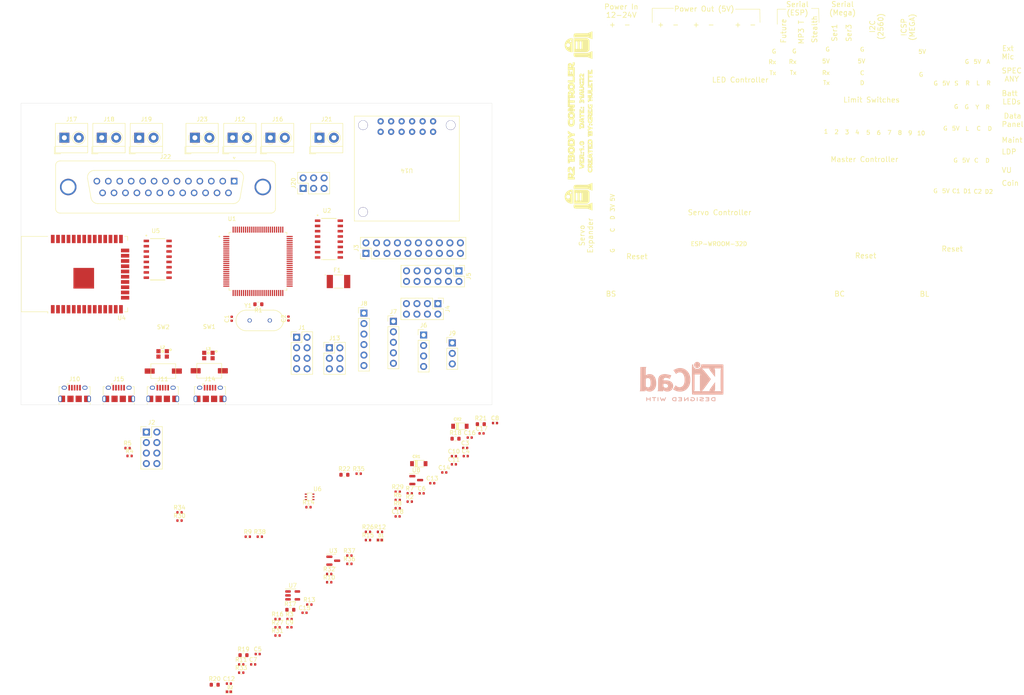
<source format=kicad_pcb>
(kicad_pcb (version 20211014) (generator pcbnew)
  (title_block (title "R2D2 LED Controller") (date "2022-01-26") (rev "1.0") (comment 1 "Created by Greg Hulette"))
  (layers (0 "F.Cu" signal) (1 "In1.Cu" signal) (2 "In2.Cu" signal) (31 "B.Cu" signal) (34 "B.Paste" user) (35 "F.Paste" user) (36 "B.SilkS" user "B.Silkscreen") (37 "F.SilkS" user "F.Silkscreen") (38 "B.Mask" user) (39 "F.Mask" user) (44 "Edge.Cuts" user))
  (net 0 "")
  (net 1 "+12V")
  (net 2 "GND")
  (net 3 "+5V")
  (net 4 "MAINT_CLOCK")
  (net 5 "LDP_CLOCK")
  (net 6 "VU1_CLOCK")
  (net 7 "VU2_CLOCK")
  (net 8 "CS2_CLOCK")
  (net 9 "CS1_CLOCK")
  (net 10 "DP_DATA_IN")
  (net 11 "DP_CLOCK")
  (net 12 "DP_LOAD")
  (net 13 "SPECTRUM_RIGHT")
  (net 14 "SPECTRUM_LEFT")
  (net 15 "VU_RESET")
  (net 16 "VU_STROBE")
  (net 17 "SCL")
  (net 18 "TX1")
  (net 19 "RX1")
  (net 20 "BATTERY_LEVEL")
  (net 21 "LDP_DATA")
  (net 22 "CS1_DATA")
  (net 23 "CS2_DATA")
  (net 24 "MAINT_DATA")
  (net 25 "VU1_DATA")
  (net 26 "VU2_DATA")
  (net 27 "+5V_BL")
  (net 28 "Net-(C5-Pad1)")
  (net 29 "Net-(C6-Pad1)")
  (net 30 "RESET_BL")
  (net 31 "+3.3V_BC")
  (net 32 "RESET_BC")
  (net 33 "VIN_BC")
  (net 34 "VBUS_DC")
  (net 35 "D-_DC")
  (net 36 "D+_DC")
  (net 37 "VBUS_BC")
  (net 39 "TXD0_BL")
  (net 40 "Net-(D1-Pad-)")
  (net 41 "RXD0_BL")
  (net 42 "Net-(D2-Pad-)")
  (net 43 "GND_DC")
  (net 44 "Net-(F1-Pad1)")
  (net 45 "VBUS_BL")
  (net 46 "TX3")
  (net 47 "RX3")
  (net 48 "LIMIT7")
  (net 49 "LIMIT8")
  (net 50 "LIMIT9")
  (net 51 "LIMIT10")
  (net 52 "Net-(J4-Pad7)")
  (net 53 "Net-(J4-Pad8)")
  (net 54 "Net-(J5-Pad11)")
  (net 55 "Net-(J5-Pad12)")
  (net 56 "Net-(J6-Pad2)")
  (net 57 "Net-(J6-Pad3)")
  (net 58 "Net-(J6-Pad4)")
  (net 59 "D-_BL")
  (net 60 "D+_BL")
  (net 63 "EXT_MIC")
  (net 64 "D-_BC")
  (net 65 "D+_BC")
  (net 69 "VBUS_DP")
  (net 70 "LIMIT1")
  (net 71 "LIMIT2")
  (net 72 "LIMIT3")
  (net 73 "LIMIT4")
  (net 74 "LIMIT5")
  (net 75 "LIMIT6")
  (net 76 "Net-(J5-Pad7)")
  (net 77 "D-_DP")
  (net 78 "D+_DP")
  (net 79 "RX_MP")
  (net 80 "RX_ST")
  (net 81 "TX_MP")
  (net 82 "TX_ST")
  (net 84 "GND_DP")
  (net 86 "YELLOW_LED")
  (net 87 "XTAL1")
  (net 88 "Net-(R2-Pad1)")
  (net 89 "Net-(R3-Pad1)")
  (net 90 "GREEN_LED")
  (net 91 "RED_LED")
  (net 92 "Net-(R22-Pad1)")
  (net 93 "SW_BATT_IN_POS")
  (net 98 "RX_BL")
  (net 99 "TX_BL")
  (net 101 "Net-(J5-Pad8)")
  (net 109 "XTAL2")
  (net 160 "TX_BS")
  (net 162 "GPIO0_BC")
  (net 163 "RX_BS")
  (net 166 "TXD0_BC")
  (net 167 "RXD0_BC")
  (net 176 "DTR_BC")
  (net 177 "RTS_BC")
  (net 186 "ST_LED_D_BL")
  (net 187 "ST_LED_D_BC")
  (net 192 "SDA")
  (net 193 "Net-(L2-Pad3)")
  (net 194 "Net-(L3-Pad3)")
  (footprint "Resistor_SMD:R_0402_1005Metric" (layer "F.Cu") (at 128.3 182.83)
    (fp_text reference "R11" (at 0 -1.17) (layer "F.SilkS"))
    (fp_text value "220")
    (pad "1" smd roundrect locked (at -0.51 0) (size 0.54 0.64) (layers "F.Cu" "F.Paste" "F.Mask") (net 26 "VU2_DATA"))
    (pad "2" smd roundrect locked (at 0.51 0) (size 0.54 0.64) (layers "F.Cu" "F.Paste" "F.Mask") (net 55 "Net-(J5-Pad12)"))
  )
  (footprint "Resistor_SMD:R_0402_1005Metric" (layer "F.Cu") (at 166.18 145.02)
    (fp_text reference "R8" (at 0 -1.17) (layer "F.SilkS"))
    (fp_text value "220")
    (pad "1" smd roundrect locked (at -0.51 0) (size 0.54 0.64) (layers "F.Cu" "F.Paste" "F.Mask") (net 76 "Net-(J5-Pad7)"))
    (pad "2" smd roundrect locked (at 0.51 0) (size 0.54 0.64) (layers "F.Cu" "F.Paste" "F.Mask") (net 22 "CS1_DATA"))
  )
  (footprint "Custom:SOD3716X135N" (layer "F.Cu") (at 181.2285 125.1785)
    (fp_text reference "CR2" (at -0.568058 -1.706585) (layer "F.SilkS") (effects (font (size 0.64007 0.64007))))
    (fp_text value "B5819W-TP")
    (pad "A" smd rect (at 1.6383 0) (size 0.9144 1.2192) (layers "F.Cu" "F.Paste" "F.Mask") (net 37 "VBUS_BC"))
    (pad "C" smd rect (at -1.6383 0) (size 0.9144 1.2192) (layers "F.Cu" "F.Paste" "F.Mask") (net 33 "VIN_BC"))
  )
  (footprint "Resistor_SMD:R_0402_1005Metric" (layer "F.Cu") (at 137.09 171.85)
    (fp_text reference "R16" (at 0 -1.17) (layer "F.SilkS"))
    (fp_text value "1K")
    (pad "1" smd roundrect locked (at -0.51 0) (size 0.54 0.64) (layers "F.Cu" "F.Paste" "F.Mask") (net 2 "GND"))
    (pad "2" smd roundrect locked (at 0.51 0) (size 0.54 0.64) (layers "F.Cu" "F.Paste" "F.Mask") (net 42 "Net-(D2-Pad-)"))
  )
  (footprint "Connector_PinHeader_2.54mm:PinHeader_2x04_P2.54mm_Vertical" (layer "F.Cu") (at 105.34 126.59)
    (fp_text reference "J2" (at 1.27 -2.33) (layer "F.SilkS"))
    (fp_text value "I2C")
    (pad "1" thru_hole rect locked (at 0 0) (size 1.7 1.7) (drill 1) (layers *.Cu *.Mask) (net 3 "+5V"))
    (pad "2" thru_hole oval locked (at 2.54 0) (size 1.7 1.7) (drill 1) (layers *.Cu *.Mask) (net 3 "+5V"))
    (pad "3" thru_hole oval locked (at 0 2.54) (size 1.7 1.7) (drill 1) (layers *.Cu *.Mask) (net 2 "GND"))
    (pad "4" thru_hole oval locked (at 2.54 2.54) (size 1.7 1.7) (drill 1) (layers *.Cu *.Mask) (net 2 "GND"))
    (pad "5" thru_hole oval locked (at 0 5.08) (size 1.7 1.7) (drill 1) (layers *.Cu *.Mask) (net 17 "SCL"))
    (pad "6" thru_hole oval locked (at 2.54 5.08) (size 1.7 1.7) (drill 1) (layers *.Cu *.Mask) (net 17 "SCL"))
    (pad "7" thru_hole oval locked (at 0 7.62) (size 1.7 1.7) (drill 1) (layers *.Cu *.Mask) (net 192 "SDA"))
    (pad "8" thru_hole oval locked (at 2.54 7.62) (size 1.7 1.7) (drill 1) (layers *.Cu *.Mask) (net 192 "SDA"))
  )
  (footprint "MountingHole:MountingHole_3.2mm_M3" (layer "F.Cu") (at 78.66 116.38)
    (fp_text reference "REF**" hide)
    (fp_text value "MountingHole_3.2mm_M3" hide)
    (pad "" np_thru_hole circle locked (at 0 0) (size 3.2 3.2) (drill 3.2) (layers *.Cu *.Mask))
  )
  (footprint "Resistor_SMD:R_0603_1608Metric" (layer "F.Cu") (at 186.29 124.67)
    (fp_text reference "R21" (at 0 -1.43) (layer "F.SilkS"))
    (fp_text value "100K")
    (pad "1" smd roundrect locked (at -0.825 0) (size 0.8 0.95) (layers "F.Cu" "F.Paste" "F.Mask") (net 37 "VBUS_BC"))
    (pad "2" smd roundrect locked (at 0.825 0) (size 0.8 0.95) (layers "F.Cu" "F.Paste" "F.Mask") (net 2 "GND"))
  )
  (footprint "Resistor_SMD:R_0402_1005Metric" (layer "F.Cu") (at 156.73 136.66)
    (fp_text reference "R35" (at 0 -1.17) (layer "F.SilkS"))
    (fp_text value "10K")
    (pad "1" smd roundrect locked (at -0.51 0) (size 0.54 0.64) (layers "F.Cu" "F.Paste" "F.Mask") (net 48 "LIMIT7"))
    (pad "2" smd roundrect locked (at 0.51 0) (size 0.54 0.64) (layers "F.Cu" "F.Paste" "F.Mask") (net 2 "GND"))
  )
  (footprint "Resistor_SMD:R_0402_1005Metric" (layer "F.Cu") (at 140 171.85)
    (fp_text reference "R3" (at 0 -1.17) (layer "F.SilkS"))
    (fp_text value "1K")
    (pad "1" smd roundrect locked (at -0.51 0) (size 0.54 0.64) (layers "F.Cu" "F.Paste" "F.Mask") (net 89 "Net-(R3-Pad1)"))
    (pad "2" smd roundrect locked (at 0.51 0) (size 0.54 0.64) (layers "F.Cu" "F.Paste" "F.Mask") (net 41 "RXD0_BL"))
  )
  (footprint "Capacitor_SMD:C_0402_1005Metric" (layer "F.Cu") (at 179.78 132.42)
    (fp_text reference "C10" (at 0 -1.16) (layer "F.SilkS"))
    (fp_text value ".1uF")
    (pad "1" smd roundrect locked (at -0.48 0) (size 0.56 0.62) (layers "F.Cu" "F.Paste" "F.Mask") (net 27 "+5V_BL"))
    (pad "2" smd roundrect locked (at 0.48 0) (size 0.56 0.62) (layers "F.Cu" "F.Paste" "F.Mask") (net 2 "GND"))
  )
  (footprint "Resistor_SMD:R_0402_1005Metric" (layer "F.Cu") (at 144.58 144.76)
    (fp_text reference "R14" (at 0 -1.17) (layer "F.SilkS"))
    (fp_text value "220")
    (pad "1" smd roundrect locked (at -0.51 0) (size 0.54 0.64) (layers "F.Cu" "F.Paste" "F.Mask") (net 58 "Net-(J6-Pad4)"))
    (pad "2" smd roundrect locked (at 0.51 0) (size 0.54 0.64) (layers "F.Cu" "F.Paste" "F.Mask") (net 91 "RED_LED"))
  )
  (footprint "TerminalBlock_4Ucon:TerminalBlock_4Ucon_1x02_P3.50mm_Horizontal" (layer "F.Cu") (at 85.49 55.34)
    (fp_text reference "J17" (at 1.75 -4.46) (layer "F.SilkS"))
    (fp_text value "RADH_POW")
    (pad "1" thru_hole rect locked (at 0 0) (size 2.4 2.4) (drill 1.2) (layers *.Cu *.Mask) (net 2 "GND"))
    (pad "2" thru_hole circle locked (at 3.5 0) (size 2.4 2.4) (drill 1.2) (layers *.Cu *.Mask) (net 3 "+5V"))
  )
  (footprint "Custom:WS2812B-2020" (layer "F.Cu") (at 109.28 107.665)
    (fp_text reference "L2" (at 0 -1.624) (layer "F.SilkS") (effects (font (size 0.64 0.64))))
    (fp_text value "WS2812B-2020")
    (pad "1" smd rect (at 1.015 0.65) (size 1 1) (layers "F.Cu" "F.Paste" "F.Mask"))
    (pad "2" smd rect (at 1.015 -0.65) (size 1 1) (layers "F.Cu" "F.Paste" "F.Mask") (net 2 "GND"))
    (pad "3" smd rect (at -1.015 -0.65) (size 1 1) (layers "F.Cu" "F.Paste" "F.Mask") (net 193 "Net-(L2-Pad3)"))
    (pad "4" smd rect (at -1.015 0.65) (size 1 1) (layers "F.Cu" "F.Paste" "F.Mask") (net 31 "+3.3V_BC"))
  )
  (footprint "Resistor_SMD:R_0402_1005Metric" (layer "F.Cu") (at 100.79 130.46)
    (fp_text reference "R5" (at 0 -1.17) (layer "F.SilkS"))
    (fp_text value "10K")
    (pad "1" smd roundrect locked (at -0.51 0) (size 0.54 0.64) (layers "F.Cu" "F.Paste" "F.Mask") (net 27 "+5V_BL"))
    (pad "2" smd roundrect locked (at 0.51 0) (size 0.54 0.64) (layers "F.Cu" "F.Paste" "F.Mask") (net 17 "SCL"))
  )
  (footprint "Package_TO_SOT_SMD:SOT-23" (layer "F.Cu") (at 150.58 157.72)
    (fp_text reference "U3" (at 0 -2.4) (layer "F.SilkS"))
    (fp_text value "CJ2301_S1")
    (pad "1" smd roundrect (at -0.9375 -0.95) (size 1.475 0.6) (layers "F.Cu" "F.Paste" "F.Mask") (net 3 "+5V"))
    (pad "2" smd roundrect (at -0.9375 0.95) (size 1.475 0.6) (layers "F.Cu" "F.Paste" "F.Mask") (net 27 "+5V_BL"))
    (pad "3" smd roundrect (at 0.9375 0) (size 1.475 0.6) (layers "F.Cu" "F.Paste" "F.Mask") (net 45 "VBUS_BL"))
  )
  (footprint "Connector_USB:USB_Micro-B_Amphenol_10118194_Horizontal" (layer "F.Cu") (at 109.31 117.25)
    (fp_text reference "J11" (at 0 -3.5) (layer "F.SilkS"))
    (fp_text value "USB_B_Micro")
    (pad "1" smd rect locked (at -1.3 -1.4) (size 0.4 1.35) (layers "F.Cu" "F.Paste" "F.Mask") (net 37 "VBUS_BC"))
    (pad "2" smd rect locked (at -0.65 -1.4) (size 0.4 1.35) (layers "F.Cu" "F.Paste" "F.Mask") (net 64 "D-_BC"))
    (pad "3" smd rect locked (at 0 -1.4) (size 0.4 1.35) (layers "F.Cu" "F.Paste" "F.Mask") (net 65 "D+_BC"))
    (pad "4" smd rect locked (at 0.65 -1.4) (size 0.4 1.35) (layers "F.Cu" "F.Paste" "F.Mask"))
    (pad "5" smd rect locked (at 1.3 -1.4) (size 0.4 1.35) (layers "F.Cu" "F.Paste" "F.Mask") (net 2 "GND"))
    (pad "6" thru_hole oval locked (at -3.5 1.3) (size 0.89 1.55) (drill oval 0.5 1.15) (layers *.Cu *.Mask))
    (pad "6" thru_hole oval locked (at 2.5 -1.4) (size 1.25 0.95) (drill oval 0.85 0.55) (layers *.Cu *.Mask))
    (pad "6" thru_hole oval locked (at -2.5 -1.4) (size 1.25 0.95) (drill oval 0.85 0.55) (layers *.Cu *.Mask))
    (pad "6" smd rect locked (at 2.9 1.3) (size 1.2 1.55) (layers "F.Cu" "F.Paste" "F.Mask"))
    (pad "6" thru_hole oval locked (at 3.5 1.3) (size 0.89 1.55) (drill oval 0.5 1.15) (layers *.Cu *.Mask))
    (pad "6" smd rect locked (at -2.9 1.3) (size 1.2 1.55) (layers "F.Cu" "F.Paste" "F.Mask"))
    (pad "6" smd rect locked (at 1 1.3) (size 1.5 1.55) (layers "F.Cu" "F.Paste" "F.Mask"))
    (pad "6" smd rect locked (at -1 1.3) (size 1.5 1.55) (layers "F.Cu" "F.Paste" "F.Mask"))
  )
  (footprint "Custom:GT-TC057A-H050-L1" (layer "F.Cu") (at 120.565 111.75)
    (fp_text reference "SW1" (at 0 -10.66 unlocked) (layer "F.SilkS"))
    (fp_text value "SW_Push")
    (pad "1" smd roundrect (at 3.29 0) (size 2.42 1.28) (layers "F.Cu" "F.Paste" "F.Mask") (roundrect_rratio 0.0656167979) (net 2 "GND"))
    (pad "2" smd roundrect (at -3.29 0) (size 2.42 1.28) (layers "F.Cu" "F.Paste" "F.Mask") (roundrect_rratio 0.0656167979) (net 30 "RESET_BL"))
  )
  (footprint "Resistor_SMD:R_0402_1005Metric" (layer "F.Cu") (at 158.98 150.74)
    (fp_text reference "R26" (at 0 -1.17) (layer "F.SilkS"))
    (fp_text value "220")
    (pad "1" smd roundrect locked (at -0.51 0) (size 0.54 0.64) (layers "F.Cu" "F.Paste" "F.Mask") (net 194 "Net-(L3-Pad3)"))
    (pad "2" smd roundrect locked (at 0.51 0) (size 0.54 0.64) (layers "F.Cu" "F.Paste" "F.Mask") (net 186 "ST_LED_D_BL"))
  )
  (footprint "Custom:GT-TC057A-H050-L1" (layer "F.Cu") (at 109.435 111.82)
    (fp_text reference "SW2" (at 0 -10.66 unlocked) (layer "F.SilkS"))
    (fp_text value "SW_Push")
    (pad "1" smd roundrect (at 3.29 0) (size 2.42 1.28) (layers "F.Cu" "F.Paste" "F.Mask") (roundrect_rratio 0.0656167979) (net 2 "GND"))
    (pad "2" smd roundrect (at -3.29 0) (size 2.42 1.28) (layers "F.Cu" "F.Paste" "F.Mask") (roundrect_rratio 0.0656167979) (net 32 "RESET_BC"))
  )
  (footprint "Custom:WS2812B-2020" (layer "F.Cu") (at 120.36 108.055)
    (fp_text reference "L3" (at 0 -1.624) (layer "F.SilkS") (effects (font (size 0.64 0.64))))
    (fp_text value "WS2812B-2020")
    (pad "1" smd rect (at 1.015 0.65) (size 1 1) (layers "F.Cu" "F.Paste" "F.Mask"))
    (pad "2" smd rect (at 1.015 -0.65) (size 1 1) (layers "F.Cu" "F.Paste" "F.Mask") (net 2 "GND"))
    (pad "3" smd rect (at -1.015 -0.65) (size 1 1) (layers "F.Cu" "F.Paste" "F.Mask") (net 194 "Net-(L3-Pad3)"))
    (pad "4" smd rect (at -1.015 0.65) (size 1 1) (layers "F.Cu" "F.Paste" "F.Mask") (net 27 "+5V_BL"))
  )
  (footprint "Capacitor_SMD:C_0402_1005Metric" (layer "F.Cu") (at 139.98 173.83)
    (fp_text reference "C9" (at 0 -1.16) (layer "F.SilkS"))
    (fp_text value ".1uF")
    (pad "1" smd roundrect locked (at -0.48 0) (size 0.56 0.62) (layers "F.Cu" "F.Paste" "F.Mask") (net 27 "+5V_BL"))
    (pad "2" smd roundrect locked (at 0.48 0) (size 0.56 0.62) (layers "F.Cu" "F.Paste" "F.Mask") (net 2 "GND"))
  )
  (footprint "Connector_USB:USB_Micro-B_Amphenol_10118194_Horizontal" (layer "F.Cu") (at 98.64 117.25)
    (fp_text reference "J15" (at 0 -3.5) (layer "F.SilkS"))
    (fp_text value "DomePlateControllerUSB")
    (pad "1" smd rect locked (at -1.3 -1.4) (size 0.4 1.35) (layers "F.Cu" "F.Paste" "F.Mask") (net 69 "VBUS_DP"))
    (pad "2" smd rect locked (at -0.65 -1.4) (size 0.4 1.35) (layers "F.Cu" "F.Paste" "F.Mask") (net 77 "D-_DP"))
    (pad "3" smd rect locked (at 0 -1.4) (size 0.4 1.35) (layers "F.Cu" "F.Paste" "F.Mask") (net 78 "D+_DP"))
    (pad "4" smd rect locked (at 0.65 -1.4) (size 0.4 1.35) (layers "F.Cu" "F.Paste" "F.Mask"))
    (pad "5" smd rect locked (at 1.3 -1.4) (size 0.4 1.35) (layers "F.Cu" "F.Paste" "F.Mask") (net 84 "GND_DP"))
    (pad "6" smd rect locked (at 2.9 1.3) (size 1.2 1.55) (layers "F.Cu" "F.Paste" "F.Mask"))
    (pad "6" smd rect locked (at 1 1.3) (size 1.5 1.55) (layers "F.Cu" "F.Paste" "F.Mask"))
    (pad "6" smd rect locked (at -1 1.3) (size 1.5 1.55) (layers "F.Cu" "F.Paste" "F.Mask"))
    (pad "6" thru_hole oval locked (at -3.5 1.3) (size 0.89 1.55) (drill oval 0.5 1.15) (layers *.Cu *.Mask))
    (pad "6" thru_hole oval locked (at 3.5 1.3) (size 0.89 1.55) (drill oval 0.5 1.15) (layers *.Cu *.Mask))
    (pad "6" thru_hole oval locked (at -2.5 -1.4) (size 1.25 0.95) (drill oval 0.85 0.55) (layers *.Cu *.Mask))
    (pad "6" thru_hole oval locked (at 2.5 -1.4) (size 1.25 0.95) (drill oval 0.85 0.55) (layers *.Cu *.Mask))
    (pad "6" smd rect locked (at -2.9 1.3) (size 1.2 1.55) (layers "F.Cu" "F.Paste" "F.Mask"))
  )
  (footprint "Connector_PinHeader_2.54mm:PinHeader_1x05_P2.54mm_Vertical" (layer "F.Cu") (at 165.13571 99.78)
    (fp_text reference "J7" (at 0 -2.33) (layer "F.SilkS"))
    (fp_text value "Data Panel/ CBI")
    (pad "1" thru_hole rect locked (at 0 0) (size 1.7 1.7) (drill 1) (layers *.Cu *.Mask) (net 2 "GND"))
    (pad "2" thru_hole oval locked (at 0 2.54) (size 1.7 1.7) (drill 1) (layers *.Cu *.Mask) (net 3 "+5V"))
    (pad "3" thru_hole oval locked (at 0 5.08) (size 1.7 1.7) (drill 1) (layers *.Cu *.Mask) (net 12 "DP_LOAD"))
    (pad "4" thru_hole oval locked (at 0 7.62) (size 1.7 1.7) (drill 1) (layers *.Cu *.Mask) (net 11 "DP_CLOCK"))
    (pad "5" thru_hole oval locked (at 0 10.16) (size 1.7 1.7) (drill 1) (layers *.Cu *.Mask) (net 10 "DP_DATA_IN"))
  )
  (footprint "Capacitor_SMD:C_0402_1005Metric" (layer "F.Cu") (at 182.51 130.43)
    (fp_text reference "C3" (at 0 -1.16) (layer "F.SilkS"))
    (fp_text value "10uF")
    (pad "1" smd roundrect locked (at -0.48 0) (size 0.56 0.62) (layers "F.Cu" "F.Paste" "F.Mask") (net 27 "+5V_BL"))
    (pad "2" smd roundrect locked (at 0.48 0) (size 0.56 0.62) (layers "F.Cu" "F.Paste" "F.Mask") (net 2 "GND"))
  )
  (footprint "Resistor_SMD:R_0402_1005Metric" (layer "F.Cu") (at 128.3 184.82)
    (fp_text reference "R33" (at 0 -1.17) (layer "F.SilkS"))
    (fp_text value "10K")
    (pad "1" smd roundrect locked (at -0.51 0) (size 0.54 0.64) (layers "F.Cu" "F.Paste" "F.Mask") (net 74 "LIMIT5"))
    (pad "2" smd roundrect locked (at 0.51 0) (size 0.54 0.64) (layers "F.Cu" "F.Paste" "F.Mask") (net 2 "GND"))
  )
  (footprint "Resistor_SMD:R_0402_1005Metric" (layer "F.Cu") (at 101.28 132.36)
    (fp_text reference "R4" (at 0 -1.17) (layer "F.SilkS"))
    (fp_text value "10K")
    (pad "1" smd roundrect locked (at -0.51 0) (size 0.54 0.64) (layers "F.Cu" "F.Paste" "F.Mask") (net 27 "+5V_BL"))
    (pad "2" smd roundrect locked (at 0.51 0) (size 0.54 0.64) (layers "F.Cu" "F.Paste" "F.Mask") (net 192 "SDA"))
  )
  (footprint "Connector_Dsub:DSUB-25_Female_Vertical_P2.77x2.84mm_MountingHoles" (layer "F.Cu") (at 126.6 65.849338)
    (fp_text reference "J22" (at -16.62 -5.89) (layer "F.SilkS"))
    (fp_text value "DB25_Female_MountingHoles")
    (pad "0" thru_hole circle locked (at -40.17 1.42) (size 4 4) (drill 3.2) (layers *.Cu *.Mask))
    (pad "0" thru_hole circle locked (at 6.93 1.42) (size 4 4) (drill 3.2) (layers *.Cu *.Mask))
    (pad "1" thru_hole rect locked (at 0 0) (size 1.6 1.6) (drill 1) (layers *.Cu *.Mask) (net 93 "SW_BATT_IN_POS"))
    (pad "2" thru_hole circle locked (at -2.77 0) (size 1.6 1.6) (drill 1) (layers *.Cu *.Mask) (net 93 "SW_BATT_IN_POS"))
    (pad "3" thru_hole circle locked (at -5.54 0) (size 1.6 1.6) (drill 1) (layers *.Cu *.Mask) (net 2 "GND"))
    (pad "4" thru_hole circle locked (at -8.31 0) (size 1.6 1.6) (drill 1) (layers *.Cu *.Mask) (net 2 "GND"))
    (pad "5" thru_hole circle locked (at -11.08 0) (size 1.6 1.6) (drill 1) (layers *.Cu *.Mask) (net 34 "VBUS_DC"))
    (pad "6" thru_hole circle locked (at -13.85 0) (size 1.6 1.6) (drill 1) (layers *.Cu *.Mask) (net 35 "D-_DC"))
    (pad "7" thru_hole circle locked (at -16.62 0) (size 1.6 1.6) (drill 1) (layers *.Cu *.Mask))
    (pad "8" thru_hole circle locked (at -19.39 0) (size 1.6 1.6) (drill 1) (layers *.Cu *.Mask) (net 84 "GND_DP"))
    (pad "9" thru_hole circle locked (at -22.16 0) (size 1.6 1.6) (drill 1) (layers *.Cu *.Mask) (net 78 "D+_DP"))
    (pad "10" thru_hole circle locked (at -24.93 0) (size 1.6 1.6) (drill 1) (layers *.Cu *.Mask) (net 2 "GND"))
    (pad "11" thru_hole circle locked (at -27.7 0) (size 1.6 1.6) (drill 1) (layers *.Cu *.Mask) (net 2 "GND"))
    (pad "12" thru_hole circle locked (at -30.47 0) (size 1.6 1.6) (drill 1) (layers *.Cu *.Mask) (net 93 "SW_BATT_IN_POS"))
    (pad "13" thru_hole circle locked (at -33.24 0) (size 1.6 1.6) (drill 1) (layers *.Cu *.Mask) (net 93 "SW_BATT_IN_POS"))
    (pad "14" thru_hole circle locked (at -1.385 2.84) (size 1.6 1.6) (drill 1) (layers *.Cu *.Mask) (net 93 "SW_BATT_IN_POS"))
    (pad "15" thru_hole circle locked (at -4.155 2.84) (size 1.6 1.6) (drill 1) (layers *.Cu *.Mask) (net 93 "SW_BATT_IN_POS"))
    (pad "16" thru_hole circle locked (at -6.925 2.84) (size 1.6 1.6) (drill 1) (layers *.Cu *.Mask) (net 2 "GND"))
    (pad "17" thru_hole circle locked (at -9.695 2.84) (size 1.6 1.6) (drill 1) (layers *.Cu *.Mask) (net 2 "GND"))
    (pad "18" thru_hole circle locked (at -12.465 2.84) (size 1.6 1.6) (drill 1) (layers *.Cu *.Mask) (net 43 "GND_DC"))
    (pad "19" thru_hole circle locked (at -15.235 2.84) (size 1.6 1.6) (drill 1) (layers *.Cu *.Mask) (net 36 "D+_DC"))
    (pad "20" thru_hole circle locked (at -18.005 2.84) (size 1.6 1.6) (drill 1) (layers *.Cu *.Mask) (net 69 "VBUS_DP"))
    (pad "21" thru_hole circle locked (at -20.775 2.84) (size 1.6 1.6) (drill 1) (layers *.Cu *.Mask) (net 77 "D-_DP"))
    (pad "22" thru_hole circle locked (at -23.545 2.84) (size 1.6 1.6) (drill 1) (layers *.Cu *.Mask) (net 2 "GND"))
    (pad "23" thru_hole circle locked (at -26.315 2.84) (size 1.6 1.6) (drill 1) (layers *.Cu *.Mask) (net 2 "GND"))
    (pad "24" thru_hole circle locked (at -29.085 2.84) (size 1.6 1.6) (drill 1) (layers *.Cu *.Mask) (net 93 "SW_BATT_IN_POS"))
    (pad "25" thru_hole circle locked (at -31.855 2.84) (size 1.6 1.6) (drill 1) (layers *.Cu *.Mask) (net 93 "SW_BATT_IN_POS"))
  )
  (footprint "Capacitor_SMD:C_0402_1005Metric" (layer "F.Cu") (at 179.78 134.39)
    (fp_text reference "C11" (at 0 -1.16) (layer "F.SilkS"))
    (fp_text value ".1uF")
    (pad "1" smd roundrect locked (at -0.48 0) (size 0.56 0.62) (layers "F.Cu" "F.Paste" "F.Mask") (net 27 "+5V_BL"))
    (pad "2" smd roundrect locked (at 0.48 0) (size 0.56 0.62) (layers "F.Cu" "F.Paste" "F.Mask") (net 2 "GND"))
  )
  (footprint "Resistor_SMD:R_0402_1005Metric" (layer "F.Cu") (at 154.48 158.48)
    (fp_text reference "R36" (at 0 -1.17) (layer "F.SilkS"))
    (fp_text value "10K")
    (pad "1" smd roundrect locked (at -0.51 0) (size 0.54 0.64) (layers "F.Cu" "F.Paste" "F.Mask") (net 49 "LIMIT8"))
    (pad "2" smd roundrect locked (at 0.51 0) (size 0.54 0.64) (layers "F.Cu" "F.Paste" "F.Mask") (net 2 "GND"))
  )
  (footprint "Capacitor_SMD:C_0402_1005Metric" (layer "F.Cu") (at 166.16 147)
    (fp_text reference "C18" (at 0 -1.16) (layer "F.SilkS"))
    (fp_text value "1uF")
    (pad "1" smd roundrect locked (at -0.48 0) (size 0.56 0.62) (layers "F.Cu" "F.Paste" "F.Mask") (net 31 "+3.3V_BC"))
    (pad "2" smd roundrect locked (at 0.48 0) (size 0.56 0.62) (layers "F.Cu" "F.Paste" "F.Mask") (net 2 "GND"))
  )
  (footprint "TerminalBlock_4Ucon:TerminalBlock_4Ucon_1x02_P3.50mm_Horizontal" (layer "F.Cu") (at 147.24 55.34)
    (fp_text reference "J21" (at 1.75 -4.46) (layer "F.SilkS"))
    (fp_text value "DomeElectronicsPowerIn")
    (pad "1" thru_hole rect locked (at 0 0) (size 2.4 2.4) (drill 1.2) (layers *.Cu *.Mask) (net 2 "GND"))
    (pad "2" thru_hole circle locked (at 3.5 0) (size 2.4 2.4) (drill 1.2) (layers *.Cu *.Mask) (net 93 "SW_BATT_IN_POS"))
  )
  (footprint "Connector_PinHeader_2.54mm:PinHeader_2x03_P2.54mm_Vertical" (layer "F.Cu") (at 149.637142 106.19)
    (fp_text reference "J13" (at 1.27 -2.33) (layer "F.SilkS"))
    (fp_text value "Conn_02x03_Odd_Even")
    (pad "1" thru_hole rect locked (at 0 0) (size 1.7 1.7) (drill 1) (layers *.Cu *.Mask) (net 2 "GND"))
    (pad "2" thru_hole oval locked (at 2.54 0) (size 1.7 1.7) (drill 1) (layers *.Cu *.Mask) (net 2 "GND"))
    (pad "3" thru_hole oval locked (at 0 2.54) (size 1.7 1.7) (drill 1) (layers *.Cu *.Mask) (net 79 "RX_MP"))
    (pad "4" thru_hole oval locked (at 2.54 2.54) (size 1.7 1.7) (drill 1) (layers *.Cu *.Mask) (net 80 "RX_ST"))
    (pad "5" thru_hole oval locked (at 0 5.08) (size 1.7 1.7) (drill 1) (layers *.Cu *.Mask) (net 81 "TX_MP"))
    (pad "6" thru_hole oval locked (at 2.54 5.08) (size 1.7 1.7) (drill 1) (layers *.Cu *.Mask) (net 82 "TX_ST"))
  )
  (footprint "Symbol:r2" (layer "F.Cu") (at 209.99 69.59 90)
    (fp_text reference "G***" hide)
    (fp_text value "LOGO" hide)
  )
  (footprint "Capacitor_SMD:C_0402_1005Metric" (layer "F.Cu") (at 126 99.16 90)
    (fp_text reference "C1" (at 0 -1.16 90) (layer "F.SilkS"))
    (fp_text value "20pF")
    (pad "1" smd roundrect locked (at -0.48 0 90) (size 0.56 0.62) (layers "F.Cu" "F.Paste" "F.Mask") (net 109 "XTAL2"))
    (pad "2" smd roundrect locked (at 0.48 0 90) (size 0.56 0.62) (layers "F.Cu" "F.Paste" "F.Mask") (net 2 "GND"))
  )
  (footprint "Resistor_SMD:R_0402_1005Metric" (layer "F.Cu") (at 154.48 156.49)
    (fp_text reference "R37" (at 0 -1.17) (layer "F.SilkS"))
    (fp_text value "10K")
    (pad "1" smd roundrect locked (at -0.51 0) (size 0.54 0.64) (layers "F.Cu" "F.Paste" "F.Mask") (net 50 "LIMIT9"))
    (pad "2" smd roundrect locked (at 0.51 0) (size 0.54 0.64) (layers "F.Cu" "F.Paste" "F.Mask") (net 2 "GND"))
  )
  (footprint "Resistor_SMD:R_0402_1005Metric" (layer "F.Cu") (at 169.09 143.42)
    (fp_text reference "R2" (at 0 -1.17) (layer "F.SilkS"))
    (fp_text value "1K")
    (pad "1" smd roundrect locked (at -0.51 0) (size 0.54 0.64) (layers "F.Cu" "F.Paste" "F.Mask") (net 88 "Net-(R2-Pad1)"))
    (pad "2" smd roundrect locked (at 0.51 0) (size 0.54 0.64) (layers "F.Cu" "F.Paste" "F.Mask") (net 39 "TXD0_BL"))
  )
  (footprint "Resistor_SMD:R_0402_1005Metric" (layer "F.Cu") (at 129.89 151.91)
    (fp_text reference "R9" (at 0 -1.17) (layer "F.SilkS"))
    (fp_text value "220")
    (pad "1" smd roundrect locked (at -0.51 0) (size 0.54 0.64) (layers "F.Cu" "F.Paste" "F.Mask") (net 54 "Net-(J5-Pad11)"))
    (pad "2" smd roundrect locked (at 0.51 0) (size 0.54 0.64) (layers "F.Cu" "F.Paste" "F.Mask") (net 23 "CS2_DATA"))
  )
  (footprint "Resistor_SMD:R_0402_1005Metric" (layer "F.Cu") (at 137.09 173.84)
    (fp_text reference "R27" (at 0 -1.17) (layer "F.SilkS"))
    (fp_text value "220")
    (pad "1" smd roundrect locked (at -0.51 0) (size 0.54 0.64) (layers "F.Cu" "F.Paste" "F.Mask") (net 193 "Net-(L2-Pad3)"))
    (pad "2" smd roundrect locked (at 0.51 0) (size 0.54 0.64) (layers "F.Cu" "F.Paste" "F.Mask") (net 187 "ST_LED_D_BC"))
  )
  (footprint "Custom:XTAL_HC49P488W46L1150T500H350" (layer "F.Cu") (at 132.78 99.57)
    (fp_text reference "Y1" (at -2.825 -3.585) (layer "F.SilkS"))
    (fp_text value "16MHz")
    (pad "1" thru_hole circle (at -2.44 0) (size 1.007 1.007) (drill 0.657) (layers *.Cu *.Mask) (net 109 "XTAL2"))
    (pad "2" thru_hole circle (at 2.44 0) (size 1.007 1.007) (drill 0.657) (layers *.Cu *.Mask) (net 87 "XTAL1"))
  )
  (footprint "Resistor_SMD:R_0603_1608Metric" (layer "F.Cu") (at 128.85 180.58)
    (fp_text reference "R19" (at 0 -1.43) (layer "F.SilkS"))
    (fp_text value "22K")
    (pad "1" smd roundrect locked (at -0.825 0) (size 0.8 0.95) (layers "F.Cu" "F.Paste" "F.Mask") (net 20 "BATTERY_LEVEL"))
    (pad "2" smd roundrect locked (at 0.825 0) (size 0.8 0.95) (layers "F.Cu" "F.Paste" "F.Mask") (net 2 "GND"))
  )
  (footprint "TerminalBlock_4Ucon:TerminalBlock_4Ucon_1x02_P3.50mm_Horizontal" (layer "F.Cu") (at 126.225 55.34)
    (fp_text reference "J12" (at 1.75 -4.46) (layer "F.SilkS"))
    (fp_text value "UnSW_BATT_IN")
    (pad "1" thru_hole rect locked (at 0 0) (size 2.4 2.4) (drill 1.2) (layers *.Cu *.Mask) (net 2 "GND"))
    (pad "2" thru_hole circle locked (at 3.5 0) (size 2.4 2.4) (drill 1.2) (layers *.Cu *.Mask) (net 1 "+12V"))
  )
  (footprint "Capacitor_SMD:C_0402_1005Metric" (layer "F.Cu") (at 183.61 127.92)
    (fp_text reference "C16" (at 0 -1.16) (layer "F.SilkS"))
    (fp_text value "100nF")
    (pad "1" smd roundrect locked (at -0.48 0) (size 0.56 0.62) (layers "F.Cu" "F.Paste" "F.Mask") (net 31 "+3.3V_BC"))
    (pad "2" smd roundrect locked (at 0.48 0) (size 0.56 0.62) (layers "F.Cu" "F.Paste" "F.Mask") (net 2 "GND"))
  )
  (footprint "Symbol:r2" (layer "F.Cu") (at 209.99 32.91 90)
    (fp_text reference "G***" hide)
    (fp_text value "LOGO" hide)
  )
  (footprint "Package_TO_SOT_SMD:SOT-23" (layer "F.Cu") (at 170.66 138.21)
    (fp_text reference "U8" (at 0 -2.4) (layer "F.SilkS"))
    (fp_text value "CJ2301_S1")
    (pad "1" smd roundrect (at -0.9375 -0.95) (size 1.475 0.6) (layers "F.Cu" "F.Paste" "F.Mask") (net 37 "VBUS_BC"))
    (pad "2" smd roundrect (at -0.9375 0.95) (size 1.475 0.6) (layers "F.Cu" "F.Paste" "F.Mask") (net 33 "VIN_BC"))
    (pad "3" smd roundrect (at 0.9375 0) (size 1.475 0.6) (layers "F.Cu" "F.Paste" "F.Mask") (net 3 "+5V"))
  )
  (footprint "Resistor_SMD:R_0402_1005Metric" (layer "F.Cu") (at 144.79 168.34)
    (fp_text reference "R13" (at 0 -1.17) (layer "F.SilkS"))
    (fp_text value "220")
    (pad "1" smd roundrect locked (at -0.51 0) (size 0.54 0.64) (layers "F.Cu" "F.Paste" "F.Mask") (net 57 "Net-(J6-Pad3)"))
    (pad "2" smd roundrect locked (at 0.51 0) (size 0.54 0.64) (layers "F.Cu" "F.Paste" "F.Mask") (net 86 "YELLOW_LED"))
  )
  (footprint "Resistor_SMD:R_0402_1005Metric" (layer "F.Cu") (at 113.37 148.01)
    (fp_text reference "R30" (at 0 -1.17) (layer "F.SilkS"))
    (fp_text value "10K")
    (pad "1" smd roundrect locked (at -0.51 0) (size 0.54 0.64) (layers "F.Cu" "F.Paste" "F.Mask") (net 71 "LIMIT2"))
    (pad "2" smd roundrect locked (at 0.51 0) (size 0.54 0.64) (layers "F.Cu" "F.Paste" "F.Mask") (net 2 "GND"))
  )
  (footprint "Resistor_SMD:R_0603_1608Metric" (layer "F.Cu") (at 132.45 95.65 180)
    (fp_text reference "R1" (at 0 -1.43) (layer "F.SilkS"))
    (fp_text value "1M")
    (pad "1" smd roundrect locked (at -0.825 0 180) (size 0.8 0.95) (layers "F.Cu" "F.Paste" "F.Mask") (net 87 "XTAL1"))
    (pad "2" smd roundrect locked (at 0.825 0 180) (size 0.8 0.95) (layers "F.Cu" "F.Paste" "F.Mask") (net 109 "XTAL2"))
  )
  (footprint "Connector_PinHeader_2.54mm:PinHeader_2x04_P2.54mm_Vertical" (layer "F.Cu") (at 175.91 95.5 -90)
    (fp_text reference "J4" (at 1.27 -2.33 90) (layer "F.SilkS"))
    (fp_text value "LDP/MAINT")
    (pad "1" thru_hole rect locked (at 0 0 270) (size 1.7 1.7) (drill 1) (layers *.Cu *.Mask) (net 2 "GND"))
    (pad "2" thru_hole oval locked (at 2.54 0 270) (size 1.7 1.7) (drill 1) (layers *.Cu *.Mask) (net 2 "GND"))
    (pad "3" thru_hole oval locked (at 0 2.54 270) (size 1.7 1.7) (drill 1) (layers *.Cu *.Mask) (net 3 "+5V"))
    (pad "4" thru_hole oval locked (at 2.54 2.54 270) (size 1.7 1.7) (drill 1) (layers *.Cu *.Mask) (net 3 "+5V"))
    (pad "5" thru_hole oval locked (at 0 5.08 270) (size 1.7 1.7) (drill 1) (layers *.Cu *.Mask) (net 5 "LDP_CLOCK"))
    (pad "6" thru_hole oval locked (at 2.54 5.08 270) (size 1.7 1.7) (drill 1) (layers *.Cu *.Mask) (net 4 "MAINT_CLOCK"))
    (pad "7" thru_hole oval locked (at 0 7.62 270) (size 1.7 1.7) (drill 1) (layers *.Cu *.Mask) (net 52 "Net-(J4-Pad7)"))
    (pad "8" thru_hole oval locked (at 2.54 7.62 270) (size 1.7 1.7) (drill 1) (layers *.Cu *.Mask) (net 53 "Net-(J4-Pad8)"))
  )
  (footprint "Resistor_SMD:R_0603_1608Metric" (layer "F.Cu") (at 121.88 187.74)
    (fp_text reference "R20" (at 0 -1.43) (layer "F.SilkS"))
    (fp_text value "10K")
    (pad "1" smd roundrect locked (at -0.825 0) (size 0.8 0.95) (layers "F.Cu" "F.Paste" "F.Mask") (net 31 "+3.3V_BC"))
    (pad "2" smd roundrect locked (at 0.825 0) (size 0.8 0.95) (layers "F.Cu" "F.Paste" "F.Mask") (net 32 "RESET_BC"))
  )
  (footprint "Capacitor_SMD:C_0402_1005Metric" (layer "F.Cu") (at 125.32 187.47)
    (fp_text reference "C12" (at 0 -1.16) (layer "F.SilkS"))
    (fp_text value "10uF")
    (pad "1" smd roundrect locked (at -0.48 0) (size 0.56 0.62) (layers "F.Cu" "F.Paste" "F.Mask") (net 31 "+3.3V_BC"))
    (pad "2" smd roundrect locked (at 0.48 0) (size 0.56 0.62) (layers "F.Cu" "F.Paste" "F.Mask") (net 2 "GND"))
  )
  (footprint "Resistor_SMD:R_0402_1005Metric" (layer "F.Cu") (at 166.18 143.03)
    (fp_text reference "R6" (at 0 -1.17) (layer "F.SilkS"))
    (fp_text value "220")
    (pad "1" smd roundrect locked (at -0.51 0) (size 0.54 0.64) (layers "F.Cu" "F.Paste" "F.Mask") (net 52 "Net-(J4-Pad7)"))
    (pad "2" smd roundrect locked (at 0.51 0) (size 0.54 0.64) (layers "F.Cu" "F.Paste" "F.Mask") (net 21 "LDP_DATA"))
  )
  (footprint "Resistor_SMD:R_0402_1005Metric" (layer "F.Cu") (at 149.59 162.93)
    (fp_text reference "R10" (at 0 -1.17) (layer "F.SilkS"))
    (fp_text value "220")
    (pad "1" smd roundrect locked (at -0.51 0) (size 0.54 0.64) (layers "F.Cu" "F.Paste" "F.Mask") (net 25 "VU1_DATA"))
    (pad "2" smd roundrect locked (at 0.51 0) (size 0.54 0.64) (layers "F.Cu" "F.Paste" "F.Mask") (net 101 "Net-(J5-Pad8)"))
  )
  (footprint "TerminalBlock_4Ucon:TerminalBlock_4Ucon_1x02_P3.50mm_Horizontal" (layer "F.Cu") (at 135.36 55.34)
    (fp_text reference "J16" (at 1.75 -4.46) (layer "F.SilkS"))
    (fp_text value "UnSW_BATT_PASS")
    (pad "1" thru_hole rect locked (at 0 0) (size 2.4 2.4) (drill 1.2) (layers *.Cu *.Mask) (net 2 "GND"))
    (pad "2" thru_hole circle locked (at 3.5 0) (size 2.4 2.4) (drill 1.2) (layers *.Cu *.Mask) (net 1 "+12V"))
  )
  (footprint "MountingHole:MountingHole_3.2mm_M3" (layer "F.Cu") (at 185.36 116.34)
    (fp_text reference "REF**" hide)
    (fp_text value "MountingHole_3.2mm_M3" hide)
    (pad "" np_thru_hole circle locked (at 0 0) (size 3.2 3.2) (drill 3.2) (layers *.Cu *.Mask))
  )
  (footprint "Custom:LED-0402" (layer "F.Cu") (at 125.3121 189.4376)
    (fp_text reference "D2" (at 0.317523 -1.079565) (layer "F.SilkS") (effects (font (size 0.700042 0.700042))))
    (fp_text value "SMD-LED-CLEAR-BLUE(0402)")
    (pad "+" smd roundrect (at -0.4445 0 90) (size 0.635 0.635) (layers "F.Cu" "F.Paste" "F.Mask") (roundrect_rratio 0.16) (net 41 "RXD0_BL"))
    (pad "-" smd roundrect (at 0.4445 0 90) (size 0.635 0.635) (layers "F.Cu" "F.Paste" "F.Mask") (roundrect_rratio 0.16) (net 42 "Net-(D2-Pad-)"))
  )
  (footprint "Connector_PinHeader_2.54mm:PinHeader_2x03_P2.54mm_Vertical" (layer "F.Cu") (at 143.29 67.61 90)
    (fp_text reference "J20" (at 1.27 -2.33 90) (layer "F.SilkS"))
    (fp_text value "ICSP")
    (pad "1" thru_hole rect locked (at 0 0 90) (size 1.7 1.7) (drill 1) (layers *.Cu *.Mask) (net 26 "VU2_DATA"))
    (pad "2" thru_hole oval locked (at 2.54 0 90) (size 1.7 1.7) (drill 1) (layers *.Cu *.Mask) (net 3 "+5V"))
    (pad "3" thru_hole oval locked (at 0 2.54 90) (size 1.7 1.7) (drill 1) (layers *.Cu *.Mask) (net 7 "VU2_CLOCK"))
    (pad "4" thru_hole oval locked (at 2.54 2.54 90) (size 1.7 1.7) (drill 1) (layers *.Cu *.Mask) (net 86 "YELLOW_LED"))
    (pad "5" thru_hole oval locked (at 0 5.08 90) (size 1.7 1.7) (drill 1) (layers *.Cu *.Mask) (net 30 "RESET_BL"))
    (pad "6" thru_hole oval locked (at 2.54 5.08 90) (size 1.7 1.7) (drill 1) (layers *.Cu *.Mask) (net 2 "GND"))
  )
  (footprint "Connector_USB:USB_Micro-B_Amphenol_10118194_Horizontal" (layer "F.Cu") (at 87.97 117.25)
    (fp_text reference "J10" (at 0 -3.5) (layer "F.SilkS"))
    (fp_text value "USB_B_Micro")
    (pad "1" smd rect locked (at -1.3 -1.4) (size 0.4 1.35) (layers "F.Cu" "F.Paste" "F.Mask") (net 44 "Net-(F1-Pad1)"))
    (pad "2" smd rect locked (at -0.65 -1.4) (size 0.4 1.35) (layers "F.Cu" "F.Paste" "F.Mask") (net 59 "D-_BL"))
    (pad "3" smd rect locked (at 0 -1.4) (size 0.4 1.35) (layers "F.Cu" "F.Paste" "F.Mask") (net 60 "D+_BL"))
    (pad "4" smd rect locked (at 0.65 -1.4) (size 0.4 1.35) (layers "F.Cu" "F.Paste" "F.Mask"))
    (pad "5" smd rect locked (at 1.3 -1.4) (size 0.4 1.35) (layers "F.Cu" "F.Paste" "F.Mask") (net 2 "GND"))
    (pad "6" thru_hole oval locked (at 3.5 1.3) (size 0.89 1.55) (drill oval 0.5 1.15) (layers *.Cu *.Mask))
    (pad "6" smd rect locked (at 1 1.3) (size 1.5 1.55) (layers "F.Cu" "F.Paste" "F.Mask"))
    (pad "6" thru_hole oval locked (at -3.5 1.3) (size 0.89 1.55) (drill oval 0.5 1.15) (layers *.Cu *.Mask))
    (pad "6" thru_hole oval locked (at 2.5 -1.4) (size 1.25 0.95) (drill oval 0.85 0.55) (layers *.Cu *.Mask))
    (pad "6" smd rect locked (at -1 1.3) (size 1.5 1.55) (layers "F.Cu" "F.Paste" "F.Mask"))
    (pad "6" smd rect locked (at -2.9 1.3) (size 1.2 1.55) (layers "F.Cu" "F.Paste" "F.Mask"))
    (pad "6" thru_hole oval locked (at -2.5 -1.4) (size 1.25 0.95) (drill oval 0.85 0.55) (layers *.Cu *.Mask))
    (pad "6" smd rect locked (at 2.9 1.3) (size 1.2 1.55) (layers "F.Cu" "F.Paste" "F.Mask"))
  )
  (footprint "Custom:QFP50P1600X1600X120-100N" (layer "F.Cu") (at 132.355 85.255)
    (fp_text reference "U1" (at -6.295 -10.29) (layer "F.SilkS"))
    (fp_text value "ATMEGA256016AU")
    (pad "1" smd roundrect (at -7.67 -6) (size 1.47 0.28) (layers "F.Cu" "F.Paste" "F.Mask") (roundrect_rratio 0.04) (net 11 "DP_CLOCK"))
    (pad "2" smd roundrect (at -7.67 -5.5) (size 1.47 0.28) (layers "F.Cu" "F.Paste" "F.Mask") (roundrect_rratio 0.04) (net 41 "RXD0_BL"))
    (pad "3" smd roundrect (at -7.67 -5) (size 1.47 0.28) (layers "F.Cu" "F.Paste" "F.Mask") (roundrect_rratio 0.04) (net 39 "TXD0_BL"))
    (pad "4" smd roundrect (at -7.67 -4.5) (size 1.47 0.28) (layers "F.Cu" "F.Paste" "F.Mask") (roundrect_rratio 0.04))
    (pad "5" smd roundrect (at -7.67 -4) (size 1.47 0.28) (layers "F.Cu" "F.Paste" "F.Mask") (roundrect_rratio 0.04) (net 12 "DP_LOAD"))
    (pad "6" smd roundrect (at -7.67 -3.5) (size 1.47 0.28) (layers "F.Cu" "F.Paste" "F.Mask") (roundrect_rratio 0.04))
    (pad "7" smd roundrect (at -7.67 -3) (size 1.47 0.28) (layers "F.Cu" "F.Paste" "F.Mask") (roundrect_rratio 0.04) (net 10 "DP_DATA_IN"))
    (pad "8" smd roundrect (at -7.67 -2.5) (size 1.47 0.28) (layers "F.Cu" "F.Paste" "F.Mask") (roundrect_rratio 0.04))
    (pad "9" smd roundrect (at -7.67 -2) (size 1.47 0.28) (layers "F.Cu" "F.Paste" "F.Mask") (roundrect_rratio 0.04))
    (pad "10" smd roundrect (at -7.67 -1.5) (size 1.47 0.28) (layers "F.Cu" "F.Paste" "F.Mask") (roundrect_rratio 0.04) (net 27 "+5V_BL"))
    (pad "11" smd roundrect (at -7.67 -1) (size 1.47 0.28) (layers "F.Cu" "F.Paste" "F.Mask") (roundrect_rratio 0.04) (net 2 "GND"))
    (pad "12" smd roundrect (at -7.67 -0.5) (size 1.47 0.28) (layers "F.Cu" "F.Paste" "F.Mask") (roundrect_rratio 0.04) (net 98 "RX_BL"))
    (pad "13" smd roundrect (at -7.67 0) (size 1.47 0.28) (layers "F.Cu" "F.Paste" "F.Mask") (roundrect_rratio 0.04) (net 99 "TX_BL"))
    (pad "14" smd roundrect (at -7.67 0.5) (size 1.47 0.28) (layers "F.Cu" "F.Paste" "F.Mask") (roundrect_rratio 0.04))
    (pad "15" smd roundrect (at -7.67 1) (size 1.47 0.28) (layers "F.Cu" "F.Paste" "F.Mask") (roundrect_rratio 0.04) (net 186 "ST_LED_D_BL"))
    (pad "16" smd roundrect (at -7.67 1.5) (size 1.47 0.28) (layers "F.Cu" "F.Paste" "F.Mask") (roundrect_rratio 0.04))
    (pad "17" smd roundrect (at -7.67 2) (size 1.47 0.28) (layers "F.Cu" "F.Paste" "F.Mask") (roundrect_rratio 0.04))
    (pad "18" smd roundrect (at -7.67 2.5) (size 1.47 0.28) (layers "F.Cu" "F.Paste" "F.Mask") (roundrect_rratio 0.04))
    (pad "19" smd roundrect (at -7.67 3) (size 1.47 0.28) (layers "F.Cu" "F.Paste" "F.Mask") (roundrect_rratio 0.04) (net 90 "GREEN_LED"))
    (pad "20" smd roundrect (at -7.67 3.5) (size 1.47 0.28) (layers "F.Cu" "F.Paste" "F.Mask") (roundrect_rratio 0.04) (net 7 "VU2_CLOCK"))
    (pad "21" smd roundrect (at -7.67 4) (size 1.47 0.28) (layers "F.Cu" "F.Paste" "F.Mask") (roundrect_rratio 0.04) (net 86 "YELLOW_LED"))
    (pad "22" smd roundrect (at -7.67 4.5) (size 1.47 0.28) (layers "F.Cu" "F.Paste" "F.Mask") (roundrect_rratio 0.04) (net 26 "VU2_DATA"))
    (pad "23" smd roundrect (at -7.67 5) (size 1.47 0.28) (layers "F.Cu" "F.Paste" "F.Mask") (roundrect_rratio 0.04))
    (pad "24" smd roundrect (at -7.67 5.5) (size 1.47 0.28) (layers "F.Cu" "F.Paste" "F.Mask") (roundrect_rratio 0.04))
    (pad "25" smd roundrect (at -7.67 6) (size 1.47 0.28) (layers "F.Cu" "F.Paste" "F.Mask") (roundrect_rratio 0.04) (net 16 "VU_STROBE"))
    (pad "26" smd roundrect (at -6 7.67 90) (size 1.47 0.28) (layers "F.Cu" "F.Paste" "F.Mask") (roundrect_rratio 0.04) (net 15 "VU_RESET"))
    (pad "27" smd roundrect (at -5.5 7.67 90) (size 1.47 0.28) (layers "F.Cu" "F.Paste" "F.Mask") (roundrect_rratio 0.04))
    (pad "28" smd roundrect (at -5 7.67 90) (size 1.47 0.28) (layers "F.Cu" "F.Paste" "F.Mask") (roundrect_rratio 0.04))
    (pad "29" smd roundrect (at -4.5 7.67 90) (size 1.47 0.28) (layers "F.Cu" "F.Paste" "F.Mask") (roundrect_rratio 0.04))
    (pad "30" smd roundrect (at -4 7.67 90) (size 1.47 0.28) (layers "F.Cu" "F.Paste" "F.Mask") (roundrect_rratio 0.04) (net 30 "RESET_BL"))
    (pad "31" smd roundrect (at -3.5 7.67 90) (size 1.47 0.28) (layers "F.Cu" "F.Paste" "F.Mask") (roundrect_rratio 0.04) (net 27 "+5V_BL"))
    (pad "32" smd roundrect (at -3 7.67 90) (size 1.47 0.28) (layers "F.Cu" "F.Paste" "F.Mask") (roundrect_rratio 0.04) (net 2 "GND"))
    (pad "33" smd roundrect (at -2.5 7.67 90) (size 1.47 0.28) (layers "F.Cu" "F.Paste" "F.Mask") (roundrect_rratio 0.04) (net 109 "XTAL2"))
    (pad "34" smd roundrect (at -2 7.67 90) (size 1.47 0.28) (layers "F.Cu" "F.Paste" "F.Mask") (roundrect_rratio 0.04) (net 87 "XTAL1"))
    (pad "35" smd roundrect (at -1.5 7.67 90) (size 1.47 0.28) (layers "F.Cu" "F.Paste" "F.Mask") (roundrect_rratio 0.04) (net 91 "RED_LED"))
    (pad "36" smd roundrect (at -1 7.67 90) (size 1.47 0.28) (layers "F.Cu" "F.Paste" "F.Mask") (roundrect_rratio 0.04) (net 6 "VU1_CLOCK"))
    (pad "37" smd roundrect (at -0.5 7.67 90) (size 1.47 0.28) (layers "F.Cu" "F.Paste" "F.Mask") (roundrect_rratio 0.04) (net 51 "LIMIT10"))
    (pad "38" smd roundrect (at 0 7.67 90) (size 1.47 0.28) (layers "F.Cu" "F.Paste" "F.Mask") (roundrect_rratio 0.04) (net 25 "VU1_DATA"))
    (pad "39" smd roundrect (at 0.5 7.67 90) (size 1.47 0.28) (layers "F.Cu" "F.Paste" "F.Mask") (roundrect_rratio 0.04) (net 50 "LIMIT9"))
    (pad "40" smd roundrect (at 1 7.67 90) (size 1.47 0.28) (layers "F.Cu" "F.Paste" "F.Mask") (roundrect_rratio 0.04) (net 8 "CS2_CLOCK"))
    (pad "41" smd roundrect (at 1.5 7.67 90) (size 1.47 0.28) (layers "F.Cu" "F.Paste" "F.Mask") (roundrect_rratio 0.04) (net 49 "LIMIT8"))
    (pad "42" smd roundrect (at 2 7.67 90) (size 1.47 0.28) (layers "F.Cu" "F.Paste" "F.Mask") (roundrect_rratio 0.04) (net 23 "CS2_DATA"))
    (pad "43" smd roundrect (at 2.5 7.67 90) (size 1.47 0.28) (layers "F.Cu" "F.Paste" "F.Mask") (roundrect_rratio 0.04) (net 17 "SCL"))
    (pad "44" smd roundrect (at 3 7.67 90) (size 1.47 0.28) (layers "F.Cu" "F.Paste" "F.Mask") (roundrect_rratio 0.04) (net 192 "SDA"))
    (pad "45" smd roundrect (at 3.5 7.67 90) (size 1.47 0.28) (layers "F.Cu" "F.Paste" "F.Mask") (roundrect_rratio 0.04) (net 19 "RX1"))
    (pad "46" smd roundrect (at 4 7.67 90) (size 1.47 0.28) (layers "F.Cu" "F.Paste" "F.Mask") (roundrect_rratio 0.04) (net 18 "TX1"))
    (pad "47" smd roundrect (at 4.5 7.67 90) (size 1.47 0.28) (layers "F.Cu" "F.Paste" "F.Mask") (roundrect_rratio 0.04))
    (pad "48" smd roundrect (at 5 7.67 90) (size 1.47 0.28) (layers "F.Cu" "F.Paste" "F.Mask") (roundrect_rratio 0.04))
    (pad "49" smd roundrect (at 5.5 7.67 90) (size 1.47 0.28) (layers "F.Cu" "F.Paste" "F.Mask") (roundrect_rratio 0.04))
    (pad "50" smd roundrect (at 6 7.67 90) (size 1.47 0.28) (layers "F.Cu" "F.Paste" "F.Mask") (roundrect_rratio 0.04) (net 22 "CS1_DATA"))
    (pad "51" smd roundrect (at 7.67 6) (size 1.47 0.28) (layers "F.Cu" "F.Paste" "F.Mask") (roundrect_rratio 0.04) (net 48 "LIMIT7"))
    (pad "52" smd roundrect (at 7.67 5.5) (size 1.47 0.28) (layers "F.Cu" "F.Paste" "F.Mask") (roundrect_rratio 0.04) (net 9 "CS1_CLOCK"))
    (pad "53" smd roundrect (at 7.67 5) (size 1.47 0.28) (layers "F.Cu" "F.Paste" "F.Mask") (roundrect_rratio 0.04) (net 74 "LIMIT5"))
    (pad "54" smd roundrect (at 7.67 4.5) (size 1.47 0.28) (layers "F.Cu" "F.Paste" "F.Mask") (roundrect_rratio 0.04) (net 5 "LDP_CLOCK"))
    (pad "55" smd roundrect (at 7.67 4) (size 1.47 0.28) (layers "F.Cu" "F.Paste" "F.Mask") (roundrect_rratio 0.04) (net 73 "LIMIT4"))
    (pad "56" smd roundrect (at 7.67 3.5) (size 1.47 0.28) (layers "F.Cu" "F.Paste" "F.Mask") (roundrect_rratio 0.04) (net 21 "LDP_DATA"))
    (pad "57" smd roundrect (at 7.67 3) (size 1.47 0.28) (layers "F.Cu" "F.Paste" "F.Mask") (roundrect_rratio 0.04) (net 72 "LIMIT3"))
    (pad "58" smd roundrect (at 7.67 2.5) (size 1.47 0.28) (layers "F.Cu" "F.Paste" "F.Mask") (roundrect_rratio 0.04) (net 4 "MAINT_CLOCK"))
    (pad "59" smd roundrect (at 7.67 2) (size 1.47 0.28) (layers "F.Cu" "F.Paste" "F.Mask") (roundrect_rratio 0.04) (net 71 "LIMIT2"))
    (pad "60" smd roundrect (at 7.67 1.5) (size 1.47 0.28) (layers "F.Cu" "F.Paste" "F.Mask") (roundrect_rratio 0.04) (net 24 "MAINT_DATA"))
    (pad "61" smd roundrect (at 7.67 1) (size 1.47 0.28) (layers "F.Cu" "F.Paste" "F.Mask") (roundrect_rratio 0.04) (net 27 "+5V_BL"))
    (pad "62" smd roundrect (at 7.67 0.5) (size 1.47 0.28) (layers "F.Cu" "F.Paste" "F.Mask") (roundrect_rratio 0.04) (net 2 "GND"))
    (pad "63" smd roundrect (at 7.67 0) (size 1.47 0.28) (layers "F.Cu" "F.Paste" "F.Mask") (roundrect_rratio 0.04) (net 47 "RX3"))
    (pad "64" smd roundrect (at 7.67 -0.5) (size 1.47 0.28) (layers "F.Cu" "F.Paste" "F.Mask") (roundrect_rratio 0.04) (net 46 "TX3"))
    (pad "65" smd roundrect (at 7.67 -1) (size 1.47 0.28) (layers "F.Cu" "F.Paste" "F.Mask") (roundrect_rratio 0.04))
    (pad "66" smd roundrect (at 7.67 -1.5) (size 1.47 0.28) (layers "F.Cu" "F.Paste" "F.Mask") (roundrect_rratio 0.04))
    (pad "67" smd roundrect (at 7.67 -2) (size 1.47 0.28) (layers "F.Cu" "F.Paste" "F.Mask") (roundrect_rratio 0.04))
    (pad "68" smd roundrect (at 7.67 -2.5) (size 1.47 0.28) (layers "F.Cu" "F.Paste" "F.Mask") (roundrect_rratio 0.04))
    (pad "69" smd roundrect (at 7.67 -3) (size 1.47 0.28) (layers "F.Cu" "F.Paste" "F.Mask") (roundrect_rratio 0.04))
    (pad "70" smd roundrect (at 7.67 -3.5) (size 1.47 0.28) (layers "F.Cu" "F.Paste" "F.Mask") (roundrect_rratio 0.04) (net 75 "LIMIT6"))
    (pad "71" smd roundrect (at 7.67 -4) (size 1.47 0.28) (layers "F.Cu" "F.Paste" "F.Mask") (roundrect_rratio 0.04) (net 70 "LIMIT1"))
    (pad "72" smd roundrect (at 7.67 -4.5) (size 1.47 0.28) (layers "F.Cu" "F.Paste" "F.Mask") (roundrect_rratio 0.04))
    (pad "73" smd roundrect (at 7.67 -5) (size 1.47 0.28) (layers "F.Cu" "F.Paste" "F.Mask") (roundrect_rratio 0.04))
    (pad "74" smd roundrect (at 7.67 -5.5) (size 1.47 0.28) (layers "F.Cu" "F.Paste" "F.Mask") (roundrect_rratio 0.04))
    (pad "75" smd roundrect (at 7.67 -6) (size 1.47 0.28) (layers "F.Cu" "F.Paste" "F.Mask") (roundrect_rratio 0.04))
    (pad "76" smd roundrect (at 6 -7.67 90) (size 1.47 0.28) (layers "F.Cu" "F.Paste" "F.Mask") (roundrect_rratio 0.04))
    (pad "77" smd roundrect (at 5.5 -7.67 90) (size 1.47 0.28) (layers "F.Cu" "F.Paste" "F.Mask") (roundrect_rratio 0.04))
    (pad "78" smd roundrect (at 5 -7.67 90) (size 1.47 0.28) (layers "F.Cu" "F.Paste" "F.Mask") (roundrect_rratio 0.04))
    (pad "79" smd roundrect (at 4.5 -7.67 90) (size 1.47 0.28) (layers "F.Cu" "F.Paste" "F.Mask") (roundrect_rratio 0.04))
    (pad "80" smd roundrect (at 4 -7.67 90) (size 1.47 0.28) (layers "F.Cu" "F.Paste" "F.Mask") (roundrect_rratio 0.04) (net 27 "+5V_BL"))
    (pad "81" smd roundrect (at 3.5 -7.67 90) (size 1.47 0.28) (layers "F.Cu" "F.Paste" "F.Mask") (roundrect_rratio 0.04) (net 2 "GND"))
    (pad "82" smd roundrect (at 3 -7.67 90) (size 1.47 0.28) (layers "F.Cu" "F.Paste" "F.Mask") (roundrect_rratio 0.04))
    (pad "83" smd roundrect (at 2.5 -7.67 90) (size 1.47 0.28) (layers "F.Cu" "F.Paste" "F.Mask") (roundrect_rratio 0.04))
    (pad "84" smd roundrect (at 2 -7.67 90) (size 1.47 0.28) (layers "F.Cu" "F.Paste" "F.Mask") (roundrect_rratio 0.04))
    (pad "85" smd roundrect (at 1.5 -7.67 90) (size 1.47 0.28) (layers "F.Cu" "F.Paste" "F.Mask") (roundrect_rratio 0.04))
    (pad "86" smd roundrect (at 1 -7.67 90) (size 1.47 0.28) (layers "F.Cu" "F.Paste" "F.Mask") (roundrect_rratio 0.04))
    (pad "87" smd roundrect (at 0.5 -7.67 90) (size 1.47 0.28) (layers "F.Cu" "F.Paste" "F.Mask") (roundrect_rratio 0.04))
    (pad "88" smd roundrect (at 0 -7.67 90) (size 1.47 0.28) (layers "F.Cu" "F.Paste" "F.Mask") (roundrect_rratio 0.04))
    (pad "89" smd roundrect (at -0.5 -7.67 90) (size 1.47 0.28) (layers "F.Cu" "F.Paste" "F.Mask") (roundrect_rratio 0.04))
    (pad "90" smd roundrect (at -1 -7.67 90) (size 1.47 0.28) (layers "F.Cu" "F.Paste" "F.Mask") (roundrect_rratio 0.04))
    (pad "91" smd roundrect (at -1.5 -7.67 90) (size 1.47 0.28) (layers "F.Cu" "F.Paste" "F.Mask") (roundrect_rratio 0.04))
    (pad "92" smd roundrect (at -2 -7.67 90) (size 1.47 0.28) (layers "F.Cu" "F.Paste" "F.Mask") (roundrect_rratio 0.04))
    (pad "93" smd roundrect (at -2.5 -7.67 90) (size 1.47 0.28) (layers "F.Cu" "F.Paste" "F.Mask") (roundrect_rratio 0.04))
    (pad "94" smd roundrect (at -3 -7.67 90) (size 1.47 0.28) (layers "F.Cu" "F.Paste" "F.Mask") (roundrect_rratio 0.04) (net 20 "BATTERY_LEVEL"))
    (pad "95" smd roundrect (at -3.5 -7.67 90) (size 1.47 0.28) (layers "F.Cu" "F.Paste" "F.Mask") (roundrect_rratio 0.04) (net 63 "EXT_MIC"))
    (pad "96" smd roundrect (at -4 -7.67 90) (size 1.47 0.28) (layers "F.Cu" "F.Paste" "F.Mask") (roundrect_rratio 0.04) (net 14 "SPECTRUM_LEFT"))
    (pad "97" smd roundrect (at -4.5 -7.67 90) (size 1.47 0.28) (layers "F.Cu" "F.Paste" "F.Mask") (roundrect_rratio 0.04) (net 13 "SPECTRUM_RIGHT"))
    (pad "98" smd roundrect (at -5 -7.67 90) (size 1.47 0.28) (layers "F.Cu" "F.Paste" "F.Mask") (roundrect_rratio 0.04) (net 27 "+5V_BL"))
    (pad "99" smd roundrect (at -5.5 -7.67 90) (size 1.47 0.28) (layers "F.Cu" "F.Paste" "F.Mask") (roundrect_rratio 0.04) (net 2 "GND"))
    (pad "100" smd roundrect (at -6 -7.67 90) (size 1.47 0.28) (layers "F.Cu" "F.Paste" "F.Mask") (roundrect_rratio 0.04) (net 27 "+5V_BL"))
  )
  (footprint "Resistor_SMD:R_0402_1005Metric" (layer "F.Cu") (at 166.18 141.04)
    (fp_text reference "R29" (at 0 -1.17) (layer "F.SilkS"))
    (fp_text value "10K")
    (pad "1" smd roundrect locked (at -0.51 0) (size 0.54 0.64) (layers "F.Cu" "F.Paste" "F.Mask") (net 70 "LIMIT1"))
    (pad "2" smd roundrect locked (at 0.51 0) (size 0.54 0.64) (layers "F.Cu" "F.Paste" "F.Mask") (net 2 "GND"))
  )
  (footprint "Resistor_SMD:R_0402_1005Metric" (layer "F.Cu") (at 158.98 152.73)
    (fp_text reference "R15" (at 0 -1.17) (layer "F.SilkS"))
    (fp_text value "1K")
    (pad "1" smd roundrect locked (at -0.51 0) (size 0.54 0.64) (layers "F.Cu" "F.Paste" "F.Mask") (net 2 "GND"))
    (pad "2" smd roundrect locked (at 0.51 0) (size 0.54 0.64) (layers "F.Cu" "F.Paste" "F.Mask") (net 40 "Net-(D1-Pad-)"))
  )
  (footprint "Connector_PinHeader_2.54mm:PinHeader_2x04_P2.54mm_Vertical" (layer "F.Cu") (at 141.71 103.64)
    (fp_text reference "J1" (at 1.27 -2.33) (layer "F.SilkS"))
    (fp_text value "SERIAL")
    (pad "1" thru_hole rect locked (at 0 0) (size 1.7 1.7) (drill 1) (layers *.Cu *.Mask) (net 3 "+5V"))
    (pad "2" thru_hole oval locked (at 2.54 0) (size 1.7 1.7) (drill 1) (layers *.Cu *.Mask) (net 3 "+5V"))
    (pad "3" thru_hole oval locked (at 0 2.54) (size 1.7 1.7) (drill 1) (layers *.Cu *.Mask) (net 2 "GND"))
    (pad "4" thru_hole oval locked (at 2.54 2.54) (size 1.7 1.7) (drill 1) (layers *.Cu *.Mask) (net 2 "GND"))
    (pad "5" thru_hole oval locked (at 0 5.08) (size 1.7 1.7) (drill 1) (layers *.Cu *.Mask) (net 19 "RX1"))
    (pad "6" thru_hole oval locked (at 2.54 5.08) (size 1.7 1.7) (drill 1) (layers *.Cu *.Mask) (net 47 "RX3"))
    (pad "7" thru_hole oval locked (at 0 7.62) (size 1.7 1.7) (drill 1) (layers *.Cu *.Mask) (net 18 "TX1"))
    (pad "8" thru_hole oval locked (at 2.54 7.62) (size 1.7 1.7) (drill 1) (layers *.Cu *.Mask) (net 46 "TX3"))
  )
  (footprint "Resistor_SMD:R_0402_1005Metric" (layer "F.Cu") (at 113.37 146.02)
    (fp_text reference "R34" (at 0 -1.17) (layer "F.SilkS"))
    (fp_text value "10K")
    (pad "1" smd roundrect locked (at -0.51 0) (size 0.54 0.64) (layers "F.Cu" "F.Paste" "F.Mask") (net 75 "LIMIT6"))
    (pad "2" smd roundrect locked (at 0.51 0) (size 0.54 0.64) (layers "F.Cu" "F.Paste" "F.Mask") (net 2 "GND"))
  )
  (footprint "Connector_PinHeader_2.54mm:PinHeader_2x06_P2.54mm_Vertical" (layer "F.Cu") (at 181.01 87.572852 -90)
    (fp_text reference "J5" (at 1.27 -2.33 90) (layer "F.SilkS"))
    (fp_text value "COIN/VU")
    (pad "1" thru_hole rect locked (at 0 0 270) (size 1.7 1.7) (drill 1) (layers *.Cu *.Mask) (net 2 "GND"))
    (pad "2" thru_hole oval locked (at 2.54 0 270) (size 1.7 1.7) (drill 1) (layers *.Cu *.Mask) (net 2 "GND"))
    (pad "3" thru_hole oval locked (at 0 2.54 270) (size 1.7 1.7) (drill 1) (layers *.Cu *.Mask) (net 3 "+5V"))
    (pad "4" thru_hole oval locked (at 2.54 2.54 270) (size 1.7 1.7) (drill 1) (layers *.Cu *.Mask) (net 3 "+5V"))
    (pad "5" thru_hole oval locked (at 0 5.08 270) (size 1.7 1.7) (drill 1) (layers *.Cu *.Mask) (net 9 "CS1_CLOCK"))
    (pad "6" thru_hole oval locked (at 2.54 5.08 270) (size 1.7 1.7) (drill 1) (layers *.Cu *.Mask) (net 6 "VU1_CLOCK"))
    (pad "7" thru_hole oval locked (at 0 7.62 270) (size 1.7 1.7) (drill 1) (layers *.Cu *.Mask) (net 76 "Net-(J5-Pad7)"))
    (pad "8" thru_hole oval locked (at 2.54 7.62 270) (size 1.7 1.7) (drill 1) (layers *.Cu *.Mask) (net 101 "Net-(J5-Pad8)"))
    (pad "9" thru_hole oval locked (at 0 10.16 270) (size 1.7 1.7) (drill 1) (layers *.Cu *.Mask) (net 8 "CS2_CLOCK"))
    (pad "10" thru_hole oval locked (at 2.54 10.16 270) (size 1.7 1.7) (drill 1) (layers *.Cu *.Mask) (net 7 "VU2_CLOCK"))
    (pad "11" thru_hole oval locked (at 0 12.7 270) (size 1.7 1.7) (drill 1) (layers *.Cu *.Mask) (net 54 "Net-(J5-Pad11)"))
    (pad "12" thru_hole oval locked (at 2.54 12.7 270) (size 1.7 1.7) (drill 1) (layers *.Cu *.Mask) (net 55 "Net-(J5-Pad12)"))
  )
  (footprint "Resistor_SMD:R_0603_1608Metric" (layer "F.Cu") (at 153.27 136.92)
    (fp_text reference "R22" (at 0 -1.43) (layer "F.SilkS"))
    (fp_text value "100K")
    (pad "1" smd roundrect locked (at -0.825 0) (size 0.8 0.95) (layers "F.Cu" "F.Paste" "F.Mask") (net 92 "Net-(R22-Pad1)"))
    (pad "2" smd roundrect locked (at 0.825 0) (size 0.8 0.95) (layers "F.Cu" "F.Paste" "F.Mask") (net 33 "VIN_BC"))
  )
  (footprint "Pololu:D36V50F5-STEPDOWN" (layer "F.Cu") (at 168.395 62.805 180)
    (fp_text reference "U14" (at 0 -0.5 180 unlocked) (layer "F.SilkS"))
    (fp_text value "D36V50F5-STEPDOWN")
    (pad "1" thru_hole circle (at -6.35 11.43 180) (size 1.524 1.524) (drill 0.762) (layers *.Cu *.Mask) (net 3 "+5V"))
    (pad "2" thru_hole circle (at -3.81 11.43 180) (size 1.524 1.524) (drill 0.762) (layers *.Cu *.Mask) (net 2 "GND"))
    (pad "3" thru_hole circle (at -1.27 11.43 180) (size 1.524 1.524) (drill 0.762) (layers *.Cu *.Mask) (net 2 "GND"))
    (pad "4" thru_hole circle (at 1.27 11.43 180) (size 1.524 1.524) (drill 0.762) (layers *.Cu *.Mask) (net 1 "+12V"))
    (pad "5" thru_hole circle (at 3.81 11.43 180) (size 1.524 1.524) (drill 0.762) (layers *.Cu *.Mask))
    (pad "6" thru_hole circle (at 6.35 11.43 180) (size 1.524 1.524) (drill 0.762) (layers *.Cu *.Mask))
    (pad "7" thru_hole circle (at 6.35 8.89 180) (size 1.524 1.524) (drill 0.762) (layers *.Cu *.Mask))
    (pad "8" thru_hole circle (at 3.81 8.89 180) (size 1.524 1.524) (drill 0.762) (layers *.Cu *.Mask))
    (pad "9" thru_hole circle (at 1.27 8.89 180) (size 1.524 1.524) (drill 0.762) (layers *.Cu *.Mask) (net 1 "+12V"))
    (pad "10" thru_hole circle (at -1.27 8.89 180) (size 1.524 1.524) (drill 0.762) (layers *.Cu *.Mask) (net 2 "GND"))
    (pad "11" thru_hole circle (at -3.81 8.89 180) (size 1.524 1.524) (drill 0.762) (layers *.Cu *.Mask) (net 2 "GND"))
    (pad "12" thru_hole circle (at -6.35 8.89 180) (size 1.524 1.524) (drill 0.762) (layers *.Cu *.Mask) (net 3 "+5V"))
    (pad "13" thru_hole circle (at -10.6 10.5 180) (size 2.3 2.3) (drill 2.2) (layers *.Cu *.Mask))
    (pad "14" thru_hole circle (at 10.6 10.5 180) (size 2.3 2.3) (drill 2.2) (layers *.Cu *.Mask))
    (pad "15" thru_hole circle (at 10.6 -10.5 180) (size 2.3 2.3) (drill 2.2) (layers *.Cu *.Mask))
  )
  (footprint "Connector_PinHeader_2.54mm:PinHeader_2x10_P2.54mm_Vertical" (layer "F.Cu") (at 158.49 83.33 90)
    (fp_text reference "J3" (at 1.27 -2.33 90) (layer "F.SilkS"))
    (fp_text value "Conn_02x10_Odd_Even")
    (pad "1" thru_hole rect locked (at 0 0 90) (size 1.7 1.7) (drill 1) (layers *.Cu *.Mask) (net 70 "LIMIT1"))
    (pad "2" thru_hole oval locked (at 2.54 0 90) (size 1.7 1.7) (drill 1) (layers *.Cu *.Mask) (net 3 "+5V"))
    (pad "3" thru_hole oval locked (at 0 2.54 90) (size 1.7 1.7) (drill 1) (layers *.Cu *.Mask) (net 71 "LIMIT2"))
    (pad "4" thru_hole oval locked (at 2.54 2.54 90) (size 1.7 1.7) (drill 1) (layers *.Cu *.Mask) (net 3 "+5V"))
    (pad "5" thru_hole oval locked (at 0 5.08 90) (size 1.7 1.7) (drill 1) (layers *.Cu *.Mask) (net 72 "LIMIT3"))
    (pad "6" thru_hole oval locked (at 2.54 5.08 90) (size 1.7 1.7) (drill 1) (layers *.Cu *.Mask) (net 3 "+5V"))
    (pad "7" thru_hole oval locked (at 0 7.62 90) (size 1.7 1.7) (drill 1) (layers *.Cu *.Mask) (net 73 "LIMIT4"))
    (pad "8" thru_hole oval locked (at 2.54 7.62 90) (size 1.7 1.7) (drill 1) (layers *.Cu *.Mask) (net 3 "+5V"))
    (pad "9" thru_hole oval locked (at 0 10.16 90) (size 1.7 1.7) (drill 1) (layers *.Cu *.Mask) (net 74 "LIMIT5"))
    (pad "10" thru_hole oval locked (at 2.54 10.16 90) (size 1.7 1.7) (drill 1) (layers *.Cu *.Mask) (net 3 "+5V"))
    (pad "11" thru_hole oval locked (at 0 12.7 90) (size 1.7 1.7) (drill 1) (layers *.Cu *.Mask) (net 75 "LIMIT6"))
    (pad "12" thru_hole oval locked (at 2.54 12.7 90) (size 1.7 1.7) (drill 1) (layers *.Cu *.Mask) (net 3 "+5V"))
    (pad "13" thru_hole oval locked (at 0 15.24 90) (size 1.7 1.7) (drill 1) (layers *.Cu *.Mask) (net 48 "LIMIT7"))
    (pad "14" thru_hole oval locked (at 2.54 15.24 90) (size 1.7 1.7) (drill 1) (layers *.Cu *.Mask) (net 3 "+5V"))
    (pad "15" thru_hole oval locked (at 0 17.78 90) (size 1.7 1.7) (drill 1) (layers *.Cu *.Mask) (net 49 "LIMIT8"))
    (pad "16" thru_hole oval locked (at 2.54 17.78 90) (size 1.7 1.7) (drill 1) (layers *.Cu *.Mask) (net 3 "+5V"))
    (pad "17" thru_hole oval locked (at 0 20.32 90) (size 1.7 1.7) (drill 1) (layers *.Cu *.Mask) (net 50 "LIMIT9"))
    (pad "18" thru_hole oval locked (at 2.54 20.32 90) (size 1.7 1.7) (drill 1) (layers *.Cu *.Mask) (net 3 "+5V"))
    (pad "19" thru_hole oval locked (at 0 22.86 90) (size 1.7 1.7) (drill 1) (layers *.Cu *.Mask) (net 51 "LIMIT10"))
    (pad "20" thru_hole oval locked (at 2.54 22.86 90) (size 1.7 1.7) (drill 1) (layers *.Cu *.Mask) (net 3 "+5V"))
  )
  (footprint "Custom:UMT6" (layer "F.Cu") (at 144.855 142.2658)
    (fp_text reference "U6" (at 1.905 -1.905) (layer "F.SilkS"))
    (fp_text value "UMH3N")
    (pad "1" smd rect (at -0.925 -0.65) (size 0.5 0.3) (layers "F.Cu") (net 177 "RTS_BC"))
    (pad "2" smd rect (at -0.925 0) (size 0.5 0.3) (layers "F.Cu") (net 176 "DTR_BC"))
    (pad "3" smd rect (at -0.925 0.65) (size 0.5 0.3) (layers "F.Cu") (net 162 "GPIO0_BC"))
    (pad "4" smd rect (at 0.925 0.65 180) (size 0.5 0.3) (layers "F.Cu") (net 176 "DTR_BC"))
    (pad "5" smd rect (at 0.925 0 180) (size 0.5 0.3) (layers "F.Cu") (net 177 "RTS_BC"))
    (pad "6" smd rect (at 0.925 -0.65 180) (size 0.5 0.3) (layers "F.Cu") (net 32 "RESET_BC"))
  )
  (footprint "Capacitor_SMD:C_0402_1005Metric" (layer "F.Cu") (at 132.29 180.31)
    (fp_text reference "C5" (at 0 -1.16) (layer "F.SilkS"))
    (fp_text value ".1uF")
    (pad "1" smd roundrect locked (at -0.48 0) (size 0.56 0.62) (layers "F.Cu" "F.Paste" "F.Mask") (net 28 "Net-(C5-Pad1)"))
    (pad "2" smd roundrect locked (at 0.48 0) (size 0.56 0.62) (layers "F.Cu" "F.Paste" "F.Mask") (net 2 "GND"))
  )
  (footprint "Custom:SOIC127P600X180-16N" (layer "F.Cu") (at 108.085 84.77)
    (fp_text reference "U5" (at -0.48 -6.885) (layer "F.SilkS"))
    (fp_text value "CH340C")
    (pad "1" smd roundrect (at -2.75 -4.445) (size 1.31 0.62) (layers "F.Cu" "F.Paste" "F.Mask") (roundrect_rratio 0.08) (net 2 "GND"))
    (pad "2" smd roundrect (at -2.75 -3.175) (size 1.31 0.62) (layers "F.Cu" "F.Paste" "F.Mask") (roundrect_rratio 0.08) (net 167 "RXD0_BC"))
    (pad "3" smd roundrect (at -2.75 -1.905) (size 1.31 0.62) (layers "F.Cu" "F.Paste" "F.Mask") (roundrect_rratio 0.08) (net 166 "TXD0_BC"))
    (pad "4" smd roundrect (at -2.75 -0.635) (size 1.31 0.62) (layers "F.Cu" "F.Paste" "F.Mask") (roundrect_rratio 0.08) (net 31 "+3.3V_BC"))
    (pad "5" smd roundrect (at -2.75 0.635) (size 1.31 0.62) (layers "F.Cu" "F.Paste" "F.Mask") (roundrect_rratio 0.08) (net 65 "D+_BC"))
    (pad "6" smd roundrect (at -2.75 1.905) (size 1.31 0.62) (layers "F.Cu" "F.Paste" "F.Mask") (roundrect_rratio 0.08) (net 64 "D-_BC"))
    (pad "7" smd roundrect (at -2.75 3.175) (size 1.31 0.62) (layers "F.Cu" "F.Paste" "F.Mask") (roundrect_rratio 0.08))
    (pad "8" smd roundrect (at -2.75 4.445) (size 1.31 0.62) (layers "F.Cu" "F.Paste" "F.Mask") (roundrect_rratio 0.08))
    (pad "9" smd roundrect (at 2.75 4.445) (size 1.31 0.62) (layers "F.Cu" "F.Paste" "F.Mask") (roundrect_rratio 0.08))
    (pad "10" smd roundrect (at 2.75 3.175) (size 1.31 0.62) (layers "F.Cu" "F.Paste" "F.Mask") (roundrect_rratio 0.08))
    (pad "11" smd roundrect (at 2.75 1.905) (size 1.31 0.62) (layers "F.Cu" "F.Paste" "F.Mask") (roundrect_rratio 0.08))
    (pad "12" smd roundrect (at 2.75 0.635) (size 1.31 0.62) (layers "F.Cu" "F.Paste" "F.Mask") (roundrect_rratio 0.08))
    (pad "13" smd roundrect (at 2.75 -0.635) (size 1.31 0.62) (layers "F.Cu" "F.Paste" "F.Mask") (roundrect_rratio 0.08) (net 176 "DTR_BC"))
    (pad "14" smd roundrect (at 2.75 -1.905) (size 1.31 0.62) (layers "F.Cu" "F.Paste" "F.Mask") (roundrect_rratio 0.08) (net 177 "RTS_BC"))
    (pad "15" smd roundrect (at 2.75 -3.175) (size 1.31 0.62) (layers "F.Cu" "F.Paste" "F.Mask") (roundrect_rratio 0.08))
    (pad "16" smd roundrect (at 2.75 -4.445) (size 1.31 0.62) (layers "F.Cu" "F.Paste" "F.Mask") (roundrect_rratio 0.08) (net 31 "+3.3V_BC"))
  )
  (footprint "Package_TO_SOT_SMD:SOT-23-5" (layer "F.Cu") (at 140.76 166.12)
    (fp_text reference "U7" (at 0 -2.4) (layer "F.SilkS"))
    (fp_text value "ME6211C33M5G")
    (pad "1" smd roundrect locked (at -1.1375 -0.95) (size 1.325 0.6) (layers "F.Cu" "F.Paste" "F.Mask") (net 33 "VIN_BC"))
    (pad "2" smd roundrect locked (at -1.1375 0) (size 1.325 0.6) (layers "F.Cu" "F.Paste" "F.Mask") (net 2 "GND"))
    (pad "3" smd roundrect locked (at -1.1375 0.95) (size 1.325 0.6) (layers "F.Cu" "F.Paste" "F.Mask") (net 92 "Net-(R22-Pad1)"))
    (pad "4" smd roundrect locked (at 1.1375 0.95) (size 1.325 0.6) (layers "F.Cu" "F.Paste" "F.Mask"))
    (pad "5" smd roundrect locked (at 1.1375 -0.95) (size 1.325 0.6) (layers "F.Cu" "F.Paste" "F.Mask") (net 31 "+3.3V_BC"))
  )
  (footprint "Custom:SOD3716X135N" (layer "F.Cu") (at 171.2785 134.2285)
    (fp_text reference "CR1" (at -0.568058 -1.706585) (layer "F.SilkS") (effects (font (size 0.64007 0.64007))))
    (fp_text value "B5819W-TP")
    (pad "A" smd rect (at 1.6383 0) (size 0.9144 1.2192) (layers "F.Cu" "F.Paste" "F.Mask") (net 30 "RESET_BL"))
    (pad "C" smd rect (at -1.6383 0) (size 0.9144 1.2192) (layers "F.Cu" "F.Paste" "F.Mask") (net 27 "+5V_BL"))
  )
  (footprint "Resistor_SMD:R_0603_1608Metric" (layer "F.Cu") (at 180.17 128.19)
    (fp_text reference "R18" (at 0 -1.43) (layer "F.SilkS"))
    (fp_text value "57K")
    (pad "1" smd roundrect locked (at -0.825 0) (size 0.8 0.95) (layers "F.Cu" "F.Paste" "F.Mask") (net 1 "+12V"))
    (pad "2" smd roundrect locked (at 0.825 0) (size 0.8 0.95) (layers "F.Cu" "F.Paste" "F.Mask") (net 20 "BATTERY_LEVEL"))
  )
  (footprint "Capacitor_SMD:C_0402_1005Metric" (layer "F.Cu") (at 143.63 170.32)
    (fp_text reference "C15" (at 0 -1.16) (layer "F.SilkS"))
    (fp_text value "10uF")
    (pad "1" smd roundrect locked (at -0.48 0) (size 0.56 0.62) (layers "F.Cu" "F.Paste" "F.Mask") (net 31 "+3.3V_BC"))
    (pad "2" smd roundrect locked (at 0.48 0) (size 0.56 0.62) (layers "F.Cu" "F.Paste" "F.Mask") (net 2 "GND"))
  )
  (footprint "Custom:FUSM4632X85" (layer "F.Cu") (at 151.8485 90.1485)
    (fp_text reference "F1" (at -0.325475 -2.738945) (layer "F.SilkS") (effects (font (size 1.001441 1.001441))))
    (fp_text value "MF-MSMF050-2")
    (pad "1" smd rect (at -2.1 0) (size 1.5 3.2) (layers "F.Cu" "F.Paste" "F.Mask") (net 44 "Net-(F1-Pad1)"))
    (pad "2" smd rect (at 2.1 0) (size 1.5 3.2) (layers "F.Cu" "F.Paste" "F.Mask") (net 45 "VBUS_BL"))
  )
  (footprint "Resistor_SMD:R_0402_1005Metric" (layer "F.Cu") (at 132.8 151.91)
    (fp_text reference "R38" (at 0 -1.17) (layer "F.SilkS"))
    (fp_text value "10K")
    (pad "1" smd roundrect locked (at -0.51 0) (size 0.54 0.64) (layers "F.Cu" "F.Paste" "F.Mask") (net 51 "LIMIT10"))
    (pad "2" smd roundrect locked (at 0.51 0) (size 0.54 0.64) (layers "F.Cu" "F.Paste" "F.Mask") (net 2 "GND"))
  )
  (footprint "MountingHole:MountingHole_3.2mm_M3" (layer "F.Cu") (at 78.73 50.62)
    (fp_text reference "REF**" hide)
    (fp_text value "MountingHole_3.2mm_M3" hide)
    (pad "" np_thru_hole circle locked (at 0 0) (size 3.2 3.2) (drill 3.2) (layers *.Cu *.Mask))
  )
  (footprint "TerminalBlock_4Ucon:TerminalBlock_4Ucon_1x02_P3.50mm_Horizontal" (layer "F.Cu") (at 103.6 55.34)
    (fp_text reference "J19" (at 1.75 -4.46) (layer "F.SilkS"))
    (fp_text value "5V_OUT_3")
    (pad "1" thru_hole rect locked (at 0 0) (size 2.4 2.4) (drill 1.2) (layers *.Cu *.Mask) (net 2 "GND"))
    (pad "2" thru_hole circle locked (at 3.5 0) (size 2.4 2.4) (drill 1.2) (layers *.Cu *.Mask) (net 3 "+5V"))
  )
  (footprint "Resistor_SMD:R_0603_1608Metric" (layer "F.Cu") (at 140.19 169.6)
    (fp_text reference "R17" (at 0 -1.43) (layer "F.SilkS"))
    (fp_text value "10K")
    (pad "1" smd roundrect locked (at -0.825 0) (size 0.8 0.95) (layers "F.Cu" "F.Paste" "F.Mask") (net 27 "+5V_BL"))
    (pad "2" smd roundrect locked (at 0.825 0) (size 0.8 0.95) (layers "F.Cu" "F.Paste" "F.Mask") (net 30 "RESET_BL"))
  )
  (footprint "RF_Module:ESP32-WROOM-32" (layer "F.Cu") (at 90.94 88.35 90)
    (fp_text reference "U4" (at -10.61 8.43) (layer "F.SilkS"))
    (fp_text value "ESP32-WROOM-32U_16MB_")
    (pad "1" smd rect locked (at -8.5 -8.255 90) (size 2 0.9) (layers "F.Cu" "F.Paste" "F.Mask") (net 2 "GND"))
    (pad "2" smd rect locked (at -8.5 -6.985 90) (size 2 0.9) (layers "F.Cu" "F.Paste" "F.Mask") (net 31 "+3.3V_BC"))
    (pad "3" smd rect locked (at -8.5 -5.715 90) (size 2 0.9) (layers "F.Cu" "F.Paste" "F.Mask") (net 32 "RESET_BC"))
    (pad "4" smd rect locked (at -8.5 -4.445 90) (size 2 0.9) (layers "F.Cu" "F.Paste" "F.Mask"))
    (pad "5" smd rect locked (at -8.5 -3.175 90) (size 2 0.9) (layers "F.Cu" "F.Paste" "F.Mask"))
    (pad "6" smd rect locked (at -8.5 -1.905 90) (size 2 0.9) (layers "F.Cu" "F.Paste" "F.Mask"))
    (pad "7" smd rect locked (at -8.5 -0.635 90) (size 2 0.9) (layers "F.Cu" "F.Paste" "F.Mask"))
    (pad "8" smd rect locked (at -8.5 0.635 90) (size 2 0.9) (layers "F.Cu" "F.Paste" "F.Mask"))
    (pad "9" smd rect locked (at -8.5 1.905 90) (size 2 0.9) (layers "F.Cu" "F.Paste" "F.Mask"))
    (pad "10" smd rect locked (at -8.5 3.175 90) (size 2 0.9) (layers "F.Cu" "F.Paste" "F.Mask") (net 99 "TX_BL"))
    (pad "11" smd rect locked (at -8.5 4.445 90) (size 2 0.9) (layers "F.Cu" "F.Paste" "F.Mask") (net 98 "RX_BL"))
    (pad "12" smd rect locked (at -8.5 5.715 90) (size 2 0.9) (layers "F.Cu" "F.Paste" "F.Mask"))
    (pad "13" smd rect locked (at -8.5 6.985 90) (size 2 0.9) (layers "F.Cu" "F.Paste" "F.Mask") (net 82 "TX_ST"))
    (pad "14" smd rect locked (at -8.5 8.255 90) (size 2 0.9) (layers "F.Cu" "F.Paste" "F.Mask") (net 80 "RX_ST"))
    (pad "15" smd rect locked (at -5.715 9.255 180) (size 2 0.9) (layers "F.Cu" "F.Paste" "F.Mask") (net 2 "GND"))
    (pad "16" smd rect locked (at -4.445 9.255 180) (size 2 0.9) (layers "F.Cu" "F.Paste" "F.Mask"))
    (pad "17" smd rect locked (at -3.175 9.255 180) (size 2 0.9) (layers "F.Cu" "F.Paste" "F.Mask"))
    (pad "18" smd rect locked (at -1.905 9.255 180) (size 2 0.9) (layers "F.Cu" "F.Paste" "F.Mask"))
    (pad "19" smd rect locked (at -0.635 9.255 180) (size 2 0.9) (layers "F.Cu" "F.Paste" "F.Mask"))
    (pad "20" smd rect locked (at 0.635 9.255 180) (size 2 0.9) (layers "F.Cu" "F.Paste" "F.Mask"))
    (pad "21" smd rect locked (at 1.905 9.255 180) (size 2 0.9) (layers "F.Cu" "F.Paste" "F.Mask"))
    (pad "22" smd rect locked (at 3.175 9.255 180) (size 2 0.9) (layers "F.Cu" "F.Paste" "F.Mask"))
    (pad "23" smd rect locked (at 4.445 9.255 180) (size 2 0.9) (layers "F.Cu" "F.Paste" "F.Mask") (net 160 "TX_BS"))
    (pad "24" smd rect locked (at 5.715 9.255 180) (size 2 0.9) (layers "F.Cu" "F.Paste" "F.Mask"))
    (pad "25" smd rect locked (at 8.5 8.255 90) (size 2 0.9) (layers "F.Cu" "F.Paste" "F.Mask") (net 162 "GPIO0_BC"))
    (pad "26" smd rect locked (at 8.5 6.985 90) (size 2 0.9) (layers "F.Cu" "F.Paste" "F.Mask") (net 30 "RESET_BL"))
    (pad "27" smd rect locked (at 8.5 5.715 90) (size 2 0.9) (layers "F.Cu" "F.Paste" "F.Mask") (net 163 "RX_BS"))
    (pad "28" smd rect locked (at 8.5 4.445 90) (size 2 0.9) (layers "F.Cu" "F.Paste" "F.Mask") (net 79 "RX_MP"))
    (pad "29" smd rect locked (at 8.5 3.175 90) (size 2 0.9) (layers "F.Cu" "F.Paste" "F.Mask") (net 81 "TX_MP"))
    (pad "30" smd rect locked (at 8.5 1.905 90) (size 2 0.9) (layers "F.Cu" "F.Paste" "F.Mask") (net 187 "ST_LED_D_BC"))
    (pad "31" smd rect locked (at 8.5 0.635 90) (size 2 0.9) (layers "F.Cu" "F.Paste" "F.Mask"))
    (pad "32" smd rect locked (at 8.5 -0.635 90) (size 2 0.9) (layers "F.Cu" "F.Paste" "F.Mask"))
    (pad "33" smd rect locked (at 8.5 -1.905 90) (size 2 0.9) (layers "F.Cu" "F.Paste" "F.Mask"))
    (pad "34" smd rect locked (at 8.5 -3.175 90) (size 2 0.9) (layers "F.Cu" "F.Paste" "F.Mask"))
    (pad "35" smd rect locked (at 8.5 -4.445 90) (size 2 0.9) (layers "F.Cu" "F.Paste" "F.Mask") (net 166 "TXD0_BC"))
    (pad "36" smd rect locked (at 8.5 -5.715 90) (size 2 0.9) (layers "F.Cu" "F.Paste" "F.Mask"))
    (pad "37" smd rect locked (at 8.5 -6.985 90) (size 2 0.9) (layers "F.Cu" "F.Paste" "F.Mask"))
    (pad "38" smd rect locked (at 8.5 -8.255 90) (size 2 0.9) (layers "F.Cu" "F.Paste" "F.Mask") (net 2 "GND"))
    (pad "39" smd rect locked (at -1 -0.755 90) (size 5 5) (layers "F.Cu" "F.Paste" "F.Mask") (net 2 "GND"))
  )
  (footprint "Capacitor_SMD:C_0402_1005Metric" (layer "F.Cu") (at 177.45 136.36)
    (fp_text reference "C14" (at 0 -1.16) (layer "F.SilkS"))
    (fp_text value "100nF")
    (pad "1" smd roundrect locked (at -0.48 0) (size 0.56 0.62) (layers "F.Cu" "F.Paste" "F.Mask") (net 32 "RESET_BC"))
    (pad "2" smd roundrect locked (at 0.48 0) (size 0.56 0.62) (layers "F.Cu" "F.Paste" "F.Mask") (net 2 "GND"))
  )
  (footprint "Capacitor_SMD:C_0402_1005Metric" (layer "F.Cu") (at 174.54 138.96)
    (fp_text reference "C13" (at 0 -1.16) (layer "F.SilkS"))
    (fp_text value "100nF")
    (pad "1" smd roundrect locked (at -0.48 0) (size 0.56 0.62) (layers "F.Cu" "F.Paste" "F.Mask") (net 31 "+3.3V_BC"))
    (pad "2" smd roundrect locked (at 0.48 0) (size 0.56 0.62) (layers "F.Cu" "F.Paste" "F.Mask") (net 2 "GND"))
  )
  (footprint "Connector_PinHeader_2.54mm:PinHeader_1x06_P2.54mm_Vertical" (layer "F.Cu") (at 158.001426 97.79)
    (fp_text reference "J8" (at 0 -2.33) (layer "F.SilkS"))
    (fp_text value "Spectrum Analyzer")
    (pad "1" thru_hole rect locked (at 0 0) (size 1.7 1.7) (drill 1) (layers *.Cu *.Mask) (net 2 "GND"))
    (pad "2" thru_hole oval locked (at 0 2.54) (size 1.7 1.7) (drill 1) (layers *.Cu *.Mask) (net 3 "+5V"))
    (pad "3" thru_hole oval locked (at 0 5.08) (size 1.7 1.7) (drill 1) (layers *.Cu *.Mask) (net 16 "VU_STROBE"))
    (pad "4" thru_hole oval locked (at 0 7.62) (size 1.7 1.7) (drill 1) (layers *.Cu *.Mask) (net 15 "VU_RESET"))
    (pad "5" thru_hole oval locked (at 0 10.16) (size 1.7 1.7) (drill 1) (layers *.Cu *.Mask) (net 14 "SPECTRUM_LEFT"))
    (pad "6" thru_hole oval locked (at 0 12.7) (size 1.7 1.7) (drill 1) (layers *.Cu *.Mask) (net 13 "SPECTRUM_RIGHT"))
  )
  (footprint "Resistor_SMD:R_0402_1005Metric" (layer "F.Cu") (at 161.89 150.74)
    (fp_text reference "R12" (at 0 -1.17) (layer "F.SilkS"))
    (fp_text value "220")
    (pad "1" smd roundrect locked (at -0.51 0) (size 0.54 0.64) (layers "F.Cu" "F.Paste" "F.Mask") (net 56 "Net-(J6-Pad2)"))
    (pad "2" smd roundrect locked (at 0.51 0) (size 0.54 0.64) (layers "F.Cu" "F.Paste" "F.Mask") (net 90 "GREEN_LED"))
  )
  (footprint "Resistor_SMD:R_0402_1005Metric" (layer "F.Cu") (at 149.59 160.94)
    (fp_text reference "R32" (at 0 -1.17) (layer "F.SilkS"))
    (fp_text value "10K")
    (pad "1" smd roundrect locked (at -0.51 0) (size 0.54 0.64) (layers "F.Cu" "F.Paste" "F.Mask") (net 73 "LIMIT4"))
    (pad "2" smd roundrect locked (at 0.51 0) (size 0.54 0.64) (layers "F.Cu" "F.Paste" "F.Mask") (net 2 "GND"))
  )
  (footprint "Custom:LED-0402" (layer "F.Cu") (at 161.8621 152.7176)
    (fp_text reference "D1" (at 0.317523 -1.079565) (layer "F.SilkS") (effects (font (size 0.700042 0.700042))))
    (fp_text value "SMD-LED-CLEAR-BLUE(0402)")
    (pad "+" smd roundrect (at -0.4445 0 90) (size 0.635 0.635) (layers "F.Cu" "F.Paste" "F.Mask") (roundrect_rratio 0.16) (net 39 "TXD0_BL"))
    (pad "-" smd roundrect (at 0.4445 0 90) (size 0.635 0.635) (layers "F.Cu" "F.Paste" "F.Mask") (roundrect_rratio 0.16) (net 40 "Net-(D1-Pad-)"))
  )
  (footprint "Custom:SOIC127P600X180-16N" (layer "F.Cu") (at 149.535 79.87)
    (fp_text reference "U2" (at -0.48 -6.885) (layer "F.SilkS"))
    (fp_text value "CH340C")
    (pad "1" smd roundrect (at -2.75 -4.445) (size 1.31 0.62) (layers "F.Cu" "F.Paste" "F.Mask") (roundrect_rratio 0.08) (net 2 "GND"))
    (pad "2" smd roundrect (at -2.75 -3.175) (size 1.31 0.62) (layers "F.Cu" "F.Paste" "F.Mask") (roundrect_rratio 0.08) (net 89 "Net-(R3-Pad1)"))
    (pad "3" smd roundrect (at -2.75 -1.905) (size 1.31 0.62) (layers "F.Cu" "F.Paste" "F.Mask") (roundrect_rratio 0.08) (net 88 "Net-(R2-Pad1)"))
    (pad "4" smd roundrect (at -2.75 -0.635) (size 1.31 0.62) (layers "F.Cu" "F.Paste" "F.Mask") (roundrect_rratio 0.08) (net 28 "Net-(C5-Pad1)"))
    (pad "5" smd roundrect (at -2.75 0.635) (size 1.31 0.62) (layers "F.Cu" "F.Paste" "F.Mask") (roundrect_rratio 0.08) (net 60 "D+_BL"))
    (pad "6" smd roundrect (at -2.75 1.905) (size 1.31 0.62) (layers "F.Cu" "F.Paste" "F.Mask") (roundrect_rratio 0.08) (net 59 "D-_BL"))
    (pad "7" smd roundrect (at -2.75 3.175) (size 1.31 0.62) (layers "F.Cu" "F.Paste" "F.Mask") (roundrect_rratio 0.08))
    (pad "8" smd roundrect (at -2.75 4.445) (size 1.31 0.62) (layers "F.Cu" "F.Paste" "F.Mask") (roundrect_rratio 0.08))
    (pad "9" smd roundrect (at 2.75 4.445) (size 1.31 0.62) (layers "F.Cu" "F.Paste" "F.Mask") (roundrect_rratio 0.08))
    (pad "10" smd roundrect (at 2.75 3.175) (size 1.31 0.62) (layers "F.Cu" "F.Paste" "F.Mask") (roundrect_rratio 0.08))
    (pad "11" smd roundrect (at 2.75 1.905) (size 1.31 0.62) (layers "F.Cu" "F.Paste" "F.Mask") (roundrect_rratio 0.08))
    (pad "12" smd roundrect (at 2.75 0.635) (size 1.31 0.62) (layers "F.Cu" "F.Paste" "F.Mask") (roundrect_rratio 0.08))
    (pad "13" smd roundrect (at 2.75 -0.635) (size 1.31 0.62) (layers "F.Cu" "F.Paste" "F.Mask") (roundrect_rratio 0.08) (net 29 "Net-(C6-Pad1)"))
    (pad "14" smd roundrect (at 2.75 -1.905) (size 1.31 0.62) (layers "F.Cu" "F.Paste" "F.Mask") (roundrect_rratio 0.08))
    (pad "15" smd roundrect (at 2.75 -3.175) (size 1.31 0.62) (layers "F.Cu" "F.Paste" "F.Mask") (roundrect_rratio 0.08))
    (pad "16" smd roundrect (at 2.75 -4.445) (size 1.31 0.62) (layers "F.Cu" "F.Paste" "F.Mask") (roundrect_rratio 0.08) (net 27 "+5V_BL"))
  )
  (footprint "MountingHole:MountingHole_3.2mm_M3" (layer "F.Cu") (at 185.17 50.64)
    (fp_text reference "REF**" hide)
    (fp_text value "MountingHole_3.2mm_M3" hide)
    (pad "" np_thru_hole circle locked (at 0 0) (size 3.2 3.2) (drill 3.2) (layers *.Cu *.Mask))
  )
  (footprint "Capacitor_SMD:C_0402_1005Metric" (layer "F.Cu") (at 171.98 141.42)
    (fp_text reference "C6" (at 0 -1.16) (layer "F.SilkS"))
    (fp_text value ".1uF")
    (pad "1" smd roundrect locked (at -0.48 0) (size 0.56 0.62) (layers "F.Cu" "F.Paste" "F.Mask") (net 29 "Net-(C6-Pad1)"))
    (pad "2" smd roundrect locked (at 0.48 0) (size 0.56 0.62) (layers "F.Cu" "F.Paste" "F.Mask") (net 30 "RESET_BL"))
  )
  (footprint "TerminalBlock_4Ucon:TerminalBlock_4Ucon_1x02_P3.50mm_Horizontal" (layer "F.Cu") (at 117.09 55.34)
    (fp_text reference "J23" (at 1.75 -4.46) (layer "F.SilkS"))
    (fp_text value "Amplifier_POW")
    (pad "1" thru_hole rect locked (at 0 0) (size 2.4 2.4) (drill 1.2) (layers *.Cu *.Mask) (net 2 "GND"))
    (pad "2" thru_hole circle locked (at 3.5 0) (size 2.4 2.4) (drill 1.2) (layers *.Cu *.Mask) (net 1 "+12V"))
  )
  (footprint "Capacitor_SMD:C_0402_1005Metric" (layer "F.Cu") (at 186.48 126.91)
    (fp_text reference "C17" (at 0 -1.16) (layer "F.SilkS"))
    (fp_text value "1uF")
    (pad "1" smd roundrect locked (at -0.48 0) (size 0.56 0.62) (layers "F.Cu" "F.Paste" "F.Mask") (net 2 "GND"))
    (pad "2" smd roundrect locked (at 0.48 0) (size 0.56 0.62) (layers "F.Cu" "F.Paste" "F.Mask") (net 33 "VIN_BC"))
  )
  (footprint "Capacitor_SMD:C_0402_1005Metric" (layer "F.Cu") (at 139.73 99.11 90)
    (fp_text reference "C2" (at 0 -1.16 90) (layer "F.SilkS"))
    (fp_text value "20pF")
    (pad "1" smd roundrect locked (at -0.48 0 90) (size 0.56 0.62) (layers "F.Cu" "F.Paste" "F.Mask") (net 87 "XTAL1"))
    (pad "2" smd roundrect locked (at 0.48 0 90) (size 0.56 0.62) (layers "F.Cu" "F.Paste" "F.Mask") (net 2 "GND"))
  )
  (footprint "Connector_PinHeader_2.54mm:PinHeader_1x03_P2.54mm_Vertical" (layer "F.Cu") (at 179.384284 105)
    (fp_text reference "J9" (at 0 -2.33) (layer "F.SilkS"))
    (fp_text value "Ext Mic")
    (pad "1" thru_hole rect locked (at 0 0) (size 1.7 1.7) (drill 1) (layers *.Cu *.Mask) (net 2 "GND"))
    (pad "2" thru_hole oval locked (at 0 2.54) (size 1.7 1.7) (drill 1) (layers *.Cu *.Mask) (net 3 "+5V"))
    (pad "3" thru_hole oval locked (at 0 5.08) (size 1.7 1.7) (drill 1) (layers *.Cu *.Mask) (net 63 "EXT_MIC"))
  )
  (footprint "Logos:BodyController" (layer "F.Cu") (at 210.317479 51.26 90)
    (fp_text reference "G***" hide)
    (fp_text value "LOGO" hide)
  )
  (footprint "TerminalBlock_4Ucon:TerminalBlock_4Ucon_1x02_P3.50mm_Horizontal" (layer "F.Cu") (at 94.545 55.34)
    (fp_text reference "J18" (at 1.75 -4.46) (layer "F.SilkS"))
    (fp_text value "RASP_POW")
    (pad "1" thru_hole rect locked (at 0 0) (size 2.4 2.4) (drill 1.2) (layers *.Cu *.Mask) (net 2 "GND"))
    (pad "2" thru_hole circle locked (at 3.5 0) (size 2.4 2.4) (drill 1.2) (layers *.Cu *.Mask) (net 3 "+5V"))
  )
  (footprint "Capacitor_SMD:C_0402_1005Metric" (layer "F.Cu") (at 182.65 132.4)
    (fp_text reference "C4" (at 0 -1.16) (layer "F.SilkS"))
    (fp_text value ".1uF")
    (pad "1" smd roundrect locked (at -0.48 0) (size 0.56 0.62) (layers "F.Cu" "F.Paste" "F.Mask") (net 27 "+5V_BL"))
    (pad "2" smd roundrect locked (at 0.48 0) (size 0.56 0.62) (layers "F.Cu" "F.Paste" "F.Mask") (net 2 "GND"))
  )
  (footprint "Resistor_SMD:R_0402_1005Metric" (layer "F.Cu") (at 169.09 141.43)
    (fp_text reference "R7" (at 0 -1.17) (layer "F.SilkS"))
    (fp_text value "220")
    (pad "1" smd roundrect locked (at -0.51 0) (size 0.54 0.64) (layers "F.Cu" "F.Paste" "F.Mask") (net 24 "MAINT_DATA"))
    (pad "2" smd roundrect locked (at 0.51 0) (size 0.54 0.64) (layers "F.Cu" "F.Paste" "F.Mask") (net 53 "Net-(J4-Pad8)"))
  )
  (footprint "Resistor_SMD:R_0402_1005Metric" (layer "F.Cu") (at 137.09 175.83)
    (fp_text reference "R31" (at 0 -1.17) (layer "F.SilkS"))
    (fp_text value "10K")
    (pad "1" smd roundrect locked (at -0.51 0) (size 0.54 0.64) (layers "F.Cu" "F.Paste" "F.Mask") (net 72 "LIMIT3"))
    (pad "2" smd roundrect locked (at 0.51 0) (size 0.54 0.64) (layers "F.Cu" "F.Paste" "F.Mask") (net 2 "GND"))
  )
  (footprint "Connector_PinHeader_2.54mm:PinHeader_1x04_P2.54mm_Vertical" (layer "F.Cu") (at 172.448568 103.09)
    (fp_text reference "J6" (at 0 -2.33) (layer "F.SilkS"))
    (fp_text value "Batt Level LEDS")
    (pad "1" thru_hole rect locked (at 0 0) (size 1.7 1.7) (drill 1) (layers *.Cu *.Mask) (net 2 "GND"))
    (pad "2" thru_hole oval locked (at 0 2.54) (size 1.7 1.7) (drill 1) (layers *.Cu *.Mask) (net 56 "Net-(J6-Pad2)"))
    (pad "3" thru_hole oval locked (at 0 5.08) (size 1.7 1.7) (drill 1) (layers *.Cu *.Mask) (net 57 "Net-(J6-Pad3)"))
    (pad "4" thru_hole oval locked (at 0 7.62) (size 1.7 1.7) (drill 1) (layers *.Cu *.Mask) (net 58 "Net-(J6-Pad4)"))
  )
  (footprint "Capacitor_SMD:C_0402_1005Metric" (layer "F.Cu") (at 131.19 182.82)
    (fp_text reference "C7" (at 0 -1.16) (layer "F.SilkS"))
    (fp_text value ".1uF")
    (pad "1" smd roundrect locked (at -0.48 0) (size 0.56 0.62) (layers "F.Cu" "F.Paste" "F.Mask") (net 30 "RESET_BL"))
    (pad "2" smd roundrect locked (at 0.48 0) (size 0.56 0.62) (layers "F.Cu" "F.Paste" "F.Mask") (net 2 "GND"))
  )
  (footprint "Capacitor_SMD:C_0402_1005Metric" (layer "F.Cu") (at 189.73 124.4)
    (fp_text reference "C8" (at 0 -1.16) (layer "F.SilkS"))
    (fp_text value ".1uF")
    (pad "1" smd roundrect locked (at -0.48 0) (size 0.56 0.62) (layers "F.Cu" "F.Paste" "F.Mask") (net 27 "+5V_BL"))
    (pad "2" smd roundrect locked (at 0.48 0) (size 0.56 0.62) (layers "F.Cu" "F.Paste" "F.Mask") (net 2 "GND"))
  )
  (footprint "Connector_USB:USB_Micro-B_Amphenol_10118194_Horizontal" (layer "F.Cu") (at 120.74 117.25)
    (fp_text reference "J14" (at 0 -3.5) (layer "F.SilkS"))
    (fp_text value "DomeControllerUSB")
    (pad "1" smd rect locked (at -1.3 -1.4) (size 0.4 1.35) (layers "F.Cu" "F.Paste" "F.Mask") (net 34 "VBUS_DC"))
    (pad "2" smd rect locked (at -0.65 -1.4) (size 0.4 1.35) (layers "F.Cu" "F.Paste" "F.Mask") (net 35 "D-_DC"))
    (pad "3" smd rect locked (at 0 -1.4) (size 0.4 1.35) (layers "F.Cu" "F.Paste" "F.Mask") (net 36 "D+_DC"))
    (pad "4" smd rect locked (at 0.65 -1.4) (size 0.4 1.35) (layers "F.Cu" "F.Paste" "F.Mask"))
    (pad "5" smd rect locked (at 1.3 -1.4) (size 0.4 1.35) (layers "F.Cu" "F.Paste" "F.Mask") (net 43 "GND_DC"))
    (pad "6" smd rect locked (at -1 1.3) (size 1.5 1.55) (layers "F.Cu" "F.Paste" "F.Mask"))
    (pad "6" smd rect locked (at 1 1.3) (size 1.5 1.55) (layers "F.Cu" "F.Paste" "F.Mask"))
    (pad "6" smd rect locked (at 2.9 1.3) (size 1.2 1.55) (layers "F.Cu" "F.Paste" "F.Mask"))
    (pad "6" smd rect locked (at -2.9 1.3) (size 1.2 1.55) (layers "F.Cu" "F.Paste" "F.Mask"))
    (pad "6" thru_hole oval locked (at -2.5 -1.4) (size 1.25 0.95) (drill oval 0.85 0.55) (layers *.Cu *.Mask))
    (pad "6" thru_hole oval locked (at 3.5 1.3) (size 0.89 1.55) (drill oval 0.5 1.15) (layers *.Cu *.Mask))
    (pad "6" thru_hole oval locked (at 2.5 -1.4) (size 1.25 0.95) (drill oval 0.85 0.55) (layers *.Cu *.Mask))
    (pad "6" thru_hole oval locked (at -3.5 1.3) (size 0.89 1.55) (drill oval 0.5 1.15) (layers *.Cu *.Mask))
  )
  (footprint "Symbol:KiCad-Logo2_8mm_SilkScreen" (layer "B.Cu") (at 234.89 113.53 180)
    (fp_text reference "REF**" hide)
    (fp_text value "KiCad-Logo2_8mm_SilkScreen" hide)
  )
  (gr_line (start 268.07 24.05) (end 268.16 27.48) (layer "F.SilkS") (width 0.12))
  (gr_line (start 260.12 24.23) (end 258.05 24.23) (layer "F.SilkS") (width 0.12))
  (gr_line (start 227.78 24.01) (end 232.92 24.01) (layer "F.SilkS") (width 0.12))
  (gr_line (start 227.78 27.48) (end 227.78 24.01) (layer "F.SilkS") (width 0.12))
  (gr_line (start 253.83 24.23) (end 253.88 27.44) (layer "F.SilkS") (width 0.12))
  (gr_line (start 258.05 24.23) (end 258.05 27.88) (layer "F.SilkS") (width 0.12))
  (gr_line (start 247.94 24.23) (end 253.83 24.23) (layer "F.SilkS") (width 0.12))
  (gr_line (start 266.31 24.05) (end 268.07 24.05) (layer "F.SilkS") (width 0.12))
  (gr_line (start 75 120) (end 189 120) (layer "Edge.Cuts") (width 0.05))
  (gr_line (start 189 120) (end 189 47) (layer "Edge.Cuts") (width 0.05))
  (gr_line (start 189 47) (end 75 47) (layer "Edge.Cuts") (width 0.05))
  (gr_line (start 75 47) (end 75 120) (layer "Edge.Cuts") (width 0.05))
  (gr_text "Serial\n(Mega)" (at 273.85 24.05) (layer "F.SilkS") (effects (font (size 1.25 1.25) (thickness 0.175))))
  (gr_text "5V" (at 301.25 53.09) (layer "F.SilkS") (effects (font (size 1 1) (thickness 0.175))))
  (gr_text "5V" (at 218.18 69.84 90) (layer "F.SilkS") (effects (font (size 1 1) (thickness 0.175))))
  (gr_text "D" (at 218.18 74.68 90) (layer "F.SilkS") (effects (font (size 1 1) (thickness 0.175))))
  (gr_text "C2" (at 306.58 68.36) (layer "F.SilkS") (effects (font (size 1 1) (thickness 0.175))))
  (gr_text "Rx" (at 256.85 37.01) (layer "F.SilkS") (effects (font (size 1 1) (thickness 0.175))))
  (gr_text "3V" (at 218.18 72.32 90) (layer "F.SilkS") (effects (font (size 1 1) (thickness 0.175))))
  (gr_text "LDP" (at 314.150238 58.73) (layer "F.SilkS") (effects (font (size 1.25 1.25) (thickness 0.175))))
  (gr_text "G" (at 296.34 68.23) (layer "F.SilkS") (effects (font (size 1 1) (thickness 0.175))))
  (gr_text "Stealth" (at 267.07 29.09 90) (layer "F.SilkS") (effects (font (size 1.25 1.25) (thickness 0.175))))
  (gr_text "+" (at 248.52 27.96) (layer "F.SilkS") (effects (font (size 1.25 1.25) (thickness 0.175))))
  (gr_text "Reset" (at 279.44 83.89) (layer "F.SilkS") (effects (font (size 1.25 1.25) (thickness 0.175))))
  (gr_text "-" (at 233.45 27.96) (layer "F.SilkS") (effects (font (size 1.25 1.25) (thickness 0.175))))
  (gr_text "D" (at 308.92 60.87) (layer "F.SilkS") (effects (font (size 1 1) (thickness 0.175))))
  (gr_text "5V" (at 298.91 42.18) (layer "F.SilkS") (effects (font (size 1 1) (thickness 0.175))))
  (gr_text "+" (at 238.42 27.96) (layer "F.SilkS") (effects (font (size 1.25 1.25) (thickness 0.175))))
  (gr_text "D" (at 309.5 53.14) (layer "F.SilkS") (effects (font (size 1 1) (thickness 0.175))))
  (gr_text "G" (at 303.96 36.94) (layer "F.SilkS") (effects (font (size 1 1) (thickness 0.175))))
  (gr_text "ICSP\n(MEGA)" (at 289.7 28.58 90) (layer "F.SilkS") (effects (font (size 1.25 1.25) (thickness 0.175))))
  (gr_text "MP3 T" (at 263.85 29.79 90) (layer "F.SilkS") (effects (font (size 1.25 1.25) (thickness 0.175))))
  (gr_text "1" (at 269.84 53.84) (layer "F.SilkS") (effects (font (size 1 1) (thickness 0.175))))
  (gr_text "LED Controller" (at 249.09 41.34) (layer "F.SilkS") (effects (font (size 1.25 1.25) (thickness 0.175))))
  (gr_text "A" (at 309.13 36.94) (layer "F.SilkS") (effects (font (size 1 1) (thickness 0.175))))
  (gr_text "R" (at 304.11 42.14) (layer "F.SilkS") (effects (font (size 1 1) (thickness 0.175))))
  (gr_text "Rx" (at 269.825238 39.63) (layer "F.SilkS") (effects (font (size 1 1) (thickness 0.175))))
  (gr_text "Maint" (at 314.894286 55.9) (layer "F.SilkS") (effects (font (size 1.25 1.25) (thickness 0.175))))
  (gr_text "Reset" (at 224.08 84.08) (layer "F.SilkS") (effects (font (size 1.25 1.25) (thickness 0.175))))
  (gr_text "5" (at 280.07 54.08) (layer "F.SilkS") (effects (font (size 1 1) (thickness 0.175))))
  (gr_text "9" (at 290.22 54.19) (layer "F.SilkS") (effects (font (size 1 1) (thickness 0.175))))
  (gr_text "Future" (at 259.56 29.49 90) (layer "F.SilkS") (effects (font (size 1.25 1.25) (thickness 0.175))))
  (gr_text "5V" (at 298.86 68.23) (layer "F.SilkS") (effects (font (size 1 1) (thickness 0.175))))
  (gr_text "Tx" (at 269.944285 42.04) (layer "F.SilkS") (effects (font (size 1 1) (thickness 0.175))))
  (gr_text "G" (at 218.18 82.65 90) (layer "F.SilkS") (effects (font (size 1 1) (thickness 0.175))))
  (gr_text "G" (at 278.6 33.98) (layer "F.SilkS") (effects (font (size 1 1) (thickness 0.175))))
  (gr_text "D1" (at 304.06 68.27) (layer "F.SilkS") (effects (font (size 1 1) (thickness 0.175))))
  (gr_text "+" (at 229.84 27.96) (layer "F.SilkS") (effects (font (size 1.25 1.25) (thickness 0.175))))
  (gr_text "BS" (at 217.8 93.14) (layer "F.SilkS") (effects (font (size 1.25 1.25) (thickness 0.175))))
  (gr_text "5V" (at 269.825238 36.82) (layer "F.SilkS") (effects (font (size 1 1) (thickness 0.175))))
  (gr_text "Power In\n12-24V" (at 220.3 24.64) (layer "F.SilkS") (effects (font (size 1.25 1.25) (thickness 0.175))))
  (gr_text "G" (at 262.18 34.39) (layer "F.SilkS") (effects (font (size 1 1) (thickness 0.175))))
  (gr_text "-" (at 252.13 27.96) (layer "F.SilkS") (effects (font (size 1.25 1.25) (thickness 0.175))))
  (gr_text "D2" (at 309.28 68.39) (layer "F.SilkS") (effects (font (size 1 1) (thickness 0.175))))
  (gr_text "Tx" (at 256.969047 39.66) (layer "F.SilkS") (effects (font (size 1 1) (thickness 0.175))))
  (gr_text "Coin" (at 314.447857 66.34) (layer "F.SilkS") (effects (font (size 1.25 1.25) (thickness 0.175))))
  (gr_text "6" (at 282.62 54.15) (layer "F.SilkS") (effects (font (size 1 1) (thickness 0.175))))
  (gr_text "G" (at 298.73 53.09) (layer "F.SilkS") (effects (font (size 1 1) (thickness 0.175))))
  (gr_text "R" (at 309.19 42.14) (layer "F.SilkS") (effects (font (size 1 1) (thickness 0.175))))
  (gr_text "G" (at 270.23 33.95) (layer "F.SilkS") (effects (font (size 1 1) (thickness 0.175))))
  (gr_text "Limit Switches" (at 280.87 46.18) (layer "F.SilkS") (effects (font (size 1.25 1.25) (thickness 0.175))))
  (gr_text "10\n" (at 292.87 54.24) (layer "F.SilkS") (effects (font (size 1 1) (thickness 0.175))))
  (gr_text "Ser3" (at 275.37 29.98 90) (layer "F.SilkS") (effects (font (size 1.25 1.25) (thickness 0.175))))
  (gr_text "C" (at 306.22 60.84) (layer "F.SilkS") (effects (font (size 1 1) (thickness 0.175))))
  (gr_text "2" (at 272.41 53.94) (layer "F.SilkS") (effects (font (size 1 1) (thickness 0.175))))
  (gr_text "Rx" (at 261.775238 36.95) (layer "F.SilkS") (effects (font (size 1 1) (thickness 0.175))))
  (gr_text "Data\nPanel" (at 315.013333 51.08) (layer "F.SilkS") (effects (font (size 1.25 1.25) (thickness 0.175))))
  (gr_text "5V" (at 306.48 36.94) (layer "F.SilkS") (effects (font (size 1 1) (thickness 0.175))))
  (gr_text "VU" (at 313.584762 63.19) (layer "F.SilkS") (effects (font (size 1.25 1.25) (thickness 0.175))))
  (gr_text "Serial\n(ESP)" (at 262.93 24.07) (layer "F.SilkS") (effects (font (size 1.25 1.25) (thickness 0.175))))
  (gr_text "SPEC\nANY" (at 314.805 40.12) (layer "F.SilkS") (effects (font (size 1.25 1.25) (thickness 0.175))))
  (gr_text "G" (at 301.34 47.84) (layer "F.SilkS") (effects (font (size 1 1) (thickness 0.175))))
  (gr_text "D" (at 278.6 42.07) (layer "F.SilkS") (effects (font (size 1 1) (thickness 0.175))))
  (gr_text "Servo\nExpander" (at 211.79 79.02 90) (layer "F.SilkS") (effects (font (size 1.25 1.25) (thickness 0.175))))
  (gr_text "L" (at 306.64 42.11) (layer "F.SilkS") (effects (font (size 1 1) (thickness 0.175))))
  (gr_text "Tx" (at 261.894285 39.6) (layer "F.SilkS") (effects (font (size 1 1) (thickness 0.175))))
  (gr_text "R" (at 308.96 47.96) (layer "F.SilkS") (effects (font (size 1 1) (thickness 0.175))))
  (gr_text "7" (at 285.21 54.1) (layer "F.SilkS") (effects (font (size 1 1) (thickness 0.175))))
  (gr_text "Batt \nLEDs" (at 314.775238 45.61) (layer "F.SilkS") (effects (font (size 1.25 1.25) (thickness 0.175))))
  (gr_text "S" (at 301.41 42.19) (layer "F.SilkS") (effects (font (size 1 1) (thickness 0.175))))
  (gr_text "G" (at 301.2 60.83) (layer "F.SilkS") (effects (font (size 1 1) (thickness 0.175))))
  (gr_text "5V" (at 303.72 60.83) (layer "F.SilkS") (effects (font (size 1 1) (thickness 0.175))))
  (gr_text "-" (at 242.03 27.96) (layer "F.SilkS") (effects (font (size 1.25 1.25) (thickness 0.175))))
  (gr_text "G" (at 296.39 42.18) (layer "F.SilkS") (effects (font (size 1 1) (thickness 0.175))))
  (gr_text "Ext\nMic" (at 313.88 34.73) (layer "F.SilkS") (effects (font (size 1.25 1.2) (thickness 0.175))))
  (gr_text "Reset" (at 300.39 82.24) (layer "F.SilkS") (effects (font (size 1.25 1.25) (thickness 0.175))))
  (gr_text "8" (at 287.74 54.15) (layer "F.SilkS") (effects (font (size 1 1) (thickness 0.175))))
  (gr_text "Y" (at 306.47 47.94) (layer "F.SilkS") (effects (font (size 1 1) (thickness 0.175))))
  (gr_text "C" (at 218.18 77.68 90) (layer "F.SilkS") (effects (font (size 1 1) (thickness 0.175))))
  (gr_text "G" (at 292.844762 40.05) (layer "F.SilkS") (effects (font (size 1 1) (thickness 0.175))))
  (gr_text "Ser1" (at 271.9 29.93 90) (layer "F.SilkS") (effects (font (size 1.25 1.25) (thickness 0.175))))
  (gr_text "+" (at 218.13 27.96) (layer "F.SilkS") (effects (font (size 1.25 1.25) (thickness 0.175))))
  (gr_text "Power Out (5V)" (at 240.36 24.16) (layer "F.SilkS") (effects (font (size 1.25 1.25) (thickness 0.175))))
  (gr_text "-" (at 221.74 27.96) (layer "F.SilkS") (effects (font (size 1.25 1.25) (thickness 0.175))))
  (gr_text "BL" (at 293.69 93.17) (layer "F.SilkS") (effects (font (size 1.25 1.25) (thickness 0.175))))
  (gr_text "C" (at 306.8 53.11) (layer "F.SilkS") (effects (font (size 1 1) (thickness 0.175))))
  (gr_text "4" (at 277.42 54.03) (layer "F.SilkS") (effects (font (size 1 1) (thickness 0.175))))
  (gr_text "5V" (at 293.12 34.5) (layer "F.SilkS") (effects (font (size 1 1) (thickness 0.175))))
  (gr_text "G" (at 257.254762 34.45) (layer "F.SilkS") (effects (font (size 1 1) (thickness 0.175))))
  (gr_text "5V" (at 278.425238 36.81) (layer "F.SilkS") (effects (font (size 1 1) (thickness 0.175))))
  (gr_text "L" (at 304.01 53.16) (layer "F.SilkS") (effects (font (size 1 1) (thickness 0.175))))
  (gr_text "ESP-WROOM-32D" (at 243.94 81.04) (layer "F.SilkS") (effects (font (size 1 1) (thickness 0.175))))
  (gr_text "I2C\n(2560)" (at 282.09 28.42 90) (layer "F.SilkS") (effects (font (size 1.25 1.25) (thickness 0.175))))
  (gr_text "C" (at 278.6 39.66) (layer "F.SilkS") (effects (font (size 1 1) (thickness 0.175))))
  (gr_text "Master Controller" (at 279.15 60.58) (layer "F.SilkS") (effects (font (size 1.25 1.25) (thickness 0.175))))
  (gr_text "G" (at 303.9 47.89) (layer "F.SilkS") (effects (font (size 1 1) (thickness 0.175))))
  (gr_text "C1" (at 301.36 68.24) (layer "F.SilkS") (effects (font (size 1 1) (thickness 0.175))))
  (gr_text "Servo Controller" (at 244.09 73.44) (layer "F.SilkS") (effects (font (size 1.25 1.25) (thickness 0.175))))
  (gr_text "BC" (at 273.13 93.14) (layer "F.SilkS") (effects (font (size 1.25 1.25) (thickness 0.175))))
  (gr_text "3" (at 274.94 53.99) (layer "F.SilkS") (effects (font (size 1 1) (thickness 0.175))))
)
</source>
